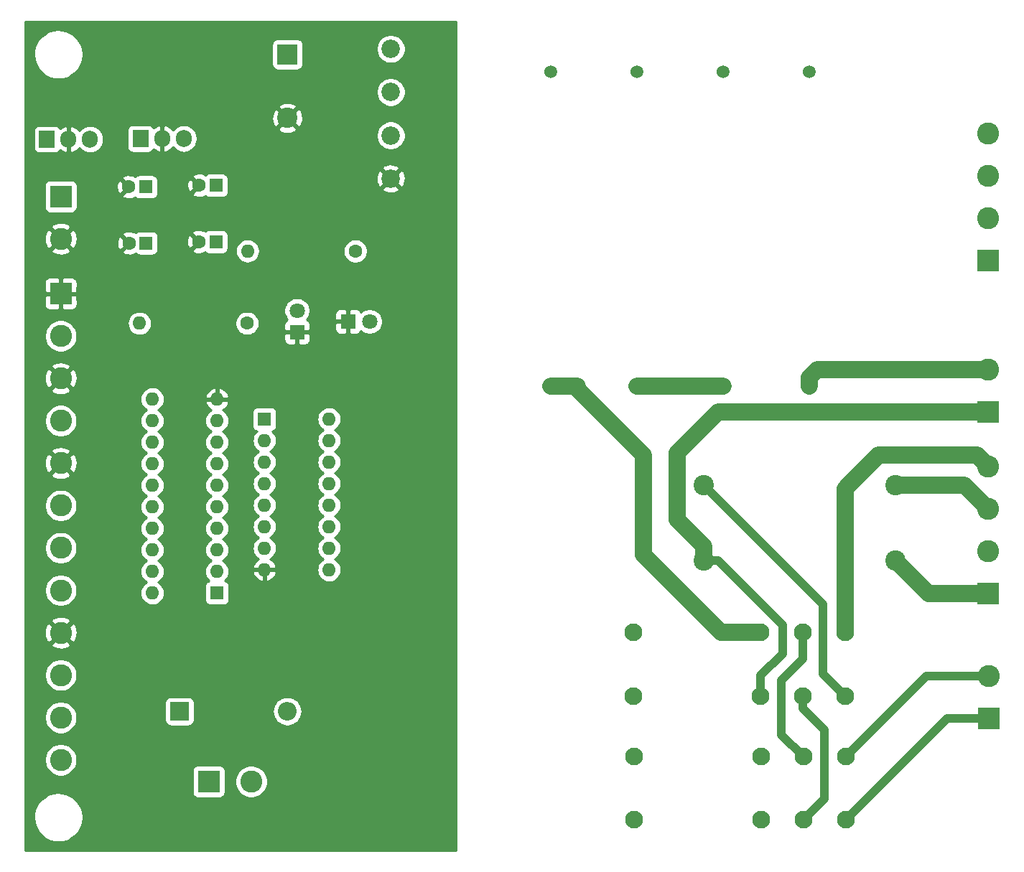
<source format=gbr>
G04 #@! TF.GenerationSoftware,KiCad,Pcbnew,(5.1.2)-2*
G04 #@! TF.CreationDate,2020-01-08T22:38:54+05:30*
G04 #@! TF.ProjectId,controller,636f6e74-726f-46c6-9c65-722e6b696361,rev?*
G04 #@! TF.SameCoordinates,Original*
G04 #@! TF.FileFunction,Copper,L2,Bot*
G04 #@! TF.FilePolarity,Positive*
%FSLAX46Y46*%
G04 Gerber Fmt 4.6, Leading zero omitted, Abs format (unit mm)*
G04 Created by KiCad (PCBNEW (5.1.2)-2) date 2020-01-08 22:38:54*
%MOMM*%
%LPD*%
G04 APERTURE LIST*
%ADD10C,2.175000*%
%ADD11R,2.400000X2.400000*%
%ADD12C,2.400000*%
%ADD13C,1.600000*%
%ADD14R,1.600000X1.600000*%
%ADD15R,2.200000X2.200000*%
%ADD16O,2.200000X2.200000*%
%ADD17R,1.800000X1.800000*%
%ADD18C,1.800000*%
%ADD19R,2.600000X2.600000*%
%ADD20C,2.600000*%
%ADD21C,2.100000*%
%ADD22O,1.600000X1.600000*%
%ADD23C,1.522000*%
%ADD24O,1.905000X2.000000*%
%ADD25R,1.905000X2.000000*%
%ADD26C,2.000000*%
%ADD27C,1.000000*%
%ADD28C,0.254000*%
G04 APERTURE END LIST*
D10*
X57200000Y-17350000D03*
X57200000Y-22450000D03*
X57200000Y-27550000D03*
X57200000Y-32650000D03*
D11*
X45000000Y-18000000D03*
D12*
X45000000Y-25500000D03*
D13*
X26300000Y-33630000D03*
D14*
X28300000Y-33630000D03*
D13*
X34590000Y-33450000D03*
D14*
X36590000Y-33450000D03*
X28350000Y-40250000D03*
D13*
X26350000Y-40250000D03*
D14*
X36570000Y-40100000D03*
D13*
X34570000Y-40100000D03*
D15*
X32290000Y-95490000D03*
D16*
X44990000Y-95490000D03*
D17*
X46140000Y-50760000D03*
D18*
X46140000Y-48220000D03*
X54690000Y-49510000D03*
D17*
X52150000Y-49510000D03*
D12*
X116690000Y-77700000D03*
X94090000Y-77700000D03*
X94070000Y-68790000D03*
X116670000Y-68790000D03*
D19*
X18290000Y-46220000D03*
D20*
X18290000Y-51220000D03*
X18290000Y-56220000D03*
X18290000Y-61220000D03*
X18290000Y-66220000D03*
X18290000Y-71220000D03*
X18290000Y-76220000D03*
X18290000Y-81220000D03*
X18290000Y-86220000D03*
X18290000Y-91220000D03*
X18290000Y-96220000D03*
X18290000Y-101220000D03*
D19*
X127620000Y-60190000D03*
D20*
X127620000Y-55190000D03*
D19*
X35740000Y-103770000D03*
D20*
X40740000Y-103770000D03*
X127690000Y-91320000D03*
D19*
X127690000Y-96320000D03*
X127620000Y-42300000D03*
D20*
X127620000Y-37300000D03*
X127620000Y-32300000D03*
X127620000Y-27300000D03*
X18290000Y-39760000D03*
D19*
X18290000Y-34760000D03*
D21*
X85780000Y-86170000D03*
X100780000Y-86170000D03*
X105780000Y-86170000D03*
X110780000Y-86170000D03*
X110780000Y-93670000D03*
X105780000Y-93670000D03*
X100780000Y-93670000D03*
X85780000Y-93670000D03*
X85850000Y-108310000D03*
X100850000Y-108310000D03*
X105850000Y-108310000D03*
X110850000Y-108310000D03*
X110850000Y-100810000D03*
X105850000Y-100810000D03*
X100850000Y-100810000D03*
X85850000Y-100810000D03*
D13*
X40270000Y-49720000D03*
D22*
X27570000Y-49720000D03*
X40310000Y-41190000D03*
D13*
X53010000Y-41190000D03*
D23*
X76070000Y-57160000D03*
X86230000Y-57160000D03*
X96390000Y-57160000D03*
X106550000Y-57160000D03*
X76070000Y-20076000D03*
X86230000Y-20076000D03*
X96390000Y-20076000D03*
X106550000Y-20076000D03*
D14*
X36710000Y-81530000D03*
D22*
X29090000Y-58670000D03*
X36710000Y-78990000D03*
X29090000Y-61210000D03*
X36710000Y-76450000D03*
X29090000Y-63750000D03*
X36710000Y-73910000D03*
X29090000Y-66290000D03*
X36710000Y-71370000D03*
X29090000Y-68830000D03*
X36710000Y-68830000D03*
X29090000Y-71370000D03*
X36710000Y-66290000D03*
X29090000Y-73910000D03*
X36710000Y-63750000D03*
X29090000Y-76450000D03*
X36710000Y-61210000D03*
X29090000Y-78990000D03*
X36710000Y-58670000D03*
X29090000Y-81530000D03*
D14*
X42300000Y-61010000D03*
D22*
X49920000Y-78790000D03*
X42300000Y-63550000D03*
X49920000Y-76250000D03*
X42300000Y-66090000D03*
X49920000Y-73710000D03*
X42300000Y-68630000D03*
X49920000Y-71170000D03*
X42300000Y-71170000D03*
X49920000Y-68630000D03*
X42300000Y-73710000D03*
X49920000Y-66090000D03*
X42300000Y-76250000D03*
X49920000Y-63550000D03*
X42300000Y-78790000D03*
X49920000Y-61010000D03*
D24*
X21750000Y-28010000D03*
X19210000Y-28010000D03*
D25*
X16670000Y-28010000D03*
X27710000Y-27940000D03*
D24*
X30250000Y-27940000D03*
X32790000Y-27940000D03*
D19*
X127630000Y-81600000D03*
D20*
X127630000Y-76600000D03*
X127630000Y-71600000D03*
X127630000Y-66600000D03*
D26*
X124320000Y-60190000D02*
X127620000Y-60190000D01*
X95810000Y-60190000D02*
X124320000Y-60190000D01*
X91000000Y-65000000D02*
X95810000Y-60190000D01*
X91000000Y-72912944D02*
X91000000Y-65000000D01*
X94090000Y-77700000D02*
X94090000Y-76002944D01*
X94090000Y-76002944D02*
X91000000Y-72912944D01*
D27*
X95787056Y-77700000D02*
X103380000Y-85292944D01*
X103380000Y-88670000D02*
X100780000Y-91270000D01*
X100780000Y-91270000D02*
X100780000Y-93670000D01*
X103380000Y-85292944D02*
X103380000Y-88670000D01*
X94090000Y-77700000D02*
X95787056Y-77700000D01*
D26*
X96170000Y-86170000D02*
X100780000Y-86170000D01*
X87000000Y-77000000D02*
X96170000Y-86170000D01*
X87000000Y-65272002D02*
X87000000Y-77000000D01*
X76070000Y-57160000D02*
X79160000Y-57160000D01*
X79160000Y-57160000D02*
X79160000Y-57432002D01*
X79160000Y-57432002D02*
X87000000Y-65272002D01*
D27*
X94070000Y-68790000D02*
X108180000Y-82900000D01*
X108180000Y-91070000D02*
X110780000Y-93670000D01*
X108180000Y-82900000D02*
X108180000Y-91070000D01*
D26*
X110780000Y-84685076D02*
X110780000Y-86170000D01*
X110780000Y-69220000D02*
X110780000Y-84685076D01*
X114699999Y-65300001D02*
X110780000Y-69220000D01*
X127630000Y-66600000D02*
X126330001Y-65300001D01*
X126330001Y-65300001D02*
X114699999Y-65300001D01*
X125781523Y-55190000D02*
X127620000Y-55190000D01*
X106550000Y-57160000D02*
X106550000Y-56083784D01*
X106550000Y-56083784D02*
X107443784Y-55190000D01*
X107443784Y-55190000D02*
X125781523Y-55190000D01*
D27*
X120340000Y-91320000D02*
X127690000Y-91320000D01*
X110850000Y-100810000D02*
X120340000Y-91320000D01*
X122840000Y-96320000D02*
X127690000Y-96320000D01*
X110850000Y-108310000D02*
X122840000Y-96320000D01*
X103280000Y-98240000D02*
X105850000Y-100810000D01*
X103280000Y-91840000D02*
X103280000Y-98240000D01*
X105780000Y-86170000D02*
X105780000Y-89340000D01*
X105780000Y-89340000D02*
X103280000Y-91840000D01*
X105780000Y-95154924D02*
X108330000Y-97704924D01*
X108330000Y-97704924D02*
X108330000Y-105830000D01*
X108330000Y-105830000D02*
X105850000Y-108310000D01*
X105780000Y-93670000D02*
X105780000Y-95154924D01*
D26*
X86230000Y-57160000D02*
X96390000Y-57160000D01*
X120590000Y-81600000D02*
X116690000Y-77700000D01*
X127630000Y-81600000D02*
X120590000Y-81600000D01*
X124820000Y-68790000D02*
X127630000Y-71600000D01*
X116670000Y-68790000D02*
X124820000Y-68790000D01*
D28*
G36*
X64873000Y-111873000D02*
G01*
X14127000Y-111873000D01*
X14127000Y-108040715D01*
X15084216Y-108040715D01*
X15147655Y-108606285D01*
X15319739Y-109148761D01*
X15593913Y-109647482D01*
X15959734Y-110083451D01*
X16403268Y-110440062D01*
X16907622Y-110703731D01*
X17453583Y-110864416D01*
X18020358Y-110915997D01*
X18586357Y-110856508D01*
X19130022Y-110688216D01*
X19630645Y-110417530D01*
X20069157Y-110054761D01*
X20428855Y-109613727D01*
X20696039Y-109111227D01*
X20860532Y-108566401D01*
X20916068Y-108000000D01*
X20914931Y-107918579D01*
X20843602Y-107353950D01*
X20663961Y-106813928D01*
X20382850Y-106319084D01*
X20010977Y-105888266D01*
X19562507Y-105537882D01*
X19054522Y-105281280D01*
X18506370Y-105128234D01*
X17938930Y-105084572D01*
X17373817Y-105151957D01*
X16832555Y-105327824D01*
X16335760Y-105605473D01*
X15902356Y-105974329D01*
X15548851Y-106420342D01*
X15288709Y-106926524D01*
X15131839Y-107473594D01*
X15084216Y-108040715D01*
X14127000Y-108040715D01*
X14127000Y-101029419D01*
X16355000Y-101029419D01*
X16355000Y-101410581D01*
X16429361Y-101784419D01*
X16575225Y-102136566D01*
X16786987Y-102453491D01*
X17056509Y-102723013D01*
X17373434Y-102934775D01*
X17725581Y-103080639D01*
X18099419Y-103155000D01*
X18480581Y-103155000D01*
X18854419Y-103080639D01*
X19206566Y-102934775D01*
X19523491Y-102723013D01*
X19776504Y-102470000D01*
X33801928Y-102470000D01*
X33801928Y-105070000D01*
X33814188Y-105194482D01*
X33850498Y-105314180D01*
X33909463Y-105424494D01*
X33988815Y-105521185D01*
X34085506Y-105600537D01*
X34195820Y-105659502D01*
X34315518Y-105695812D01*
X34440000Y-105708072D01*
X37040000Y-105708072D01*
X37164482Y-105695812D01*
X37284180Y-105659502D01*
X37394494Y-105600537D01*
X37491185Y-105521185D01*
X37570537Y-105424494D01*
X37629502Y-105314180D01*
X37665812Y-105194482D01*
X37678072Y-105070000D01*
X37678072Y-103579419D01*
X38805000Y-103579419D01*
X38805000Y-103960581D01*
X38879361Y-104334419D01*
X39025225Y-104686566D01*
X39236987Y-105003491D01*
X39506509Y-105273013D01*
X39823434Y-105484775D01*
X40175581Y-105630639D01*
X40549419Y-105705000D01*
X40930581Y-105705000D01*
X41304419Y-105630639D01*
X41656566Y-105484775D01*
X41973491Y-105273013D01*
X42243013Y-105003491D01*
X42454775Y-104686566D01*
X42600639Y-104334419D01*
X42675000Y-103960581D01*
X42675000Y-103579419D01*
X42600639Y-103205581D01*
X42454775Y-102853434D01*
X42243013Y-102536509D01*
X41973491Y-102266987D01*
X41656566Y-102055225D01*
X41304419Y-101909361D01*
X40930581Y-101835000D01*
X40549419Y-101835000D01*
X40175581Y-101909361D01*
X39823434Y-102055225D01*
X39506509Y-102266987D01*
X39236987Y-102536509D01*
X39025225Y-102853434D01*
X38879361Y-103205581D01*
X38805000Y-103579419D01*
X37678072Y-103579419D01*
X37678072Y-102470000D01*
X37665812Y-102345518D01*
X37629502Y-102225820D01*
X37570537Y-102115506D01*
X37491185Y-102018815D01*
X37394494Y-101939463D01*
X37284180Y-101880498D01*
X37164482Y-101844188D01*
X37040000Y-101831928D01*
X34440000Y-101831928D01*
X34315518Y-101844188D01*
X34195820Y-101880498D01*
X34085506Y-101939463D01*
X33988815Y-102018815D01*
X33909463Y-102115506D01*
X33850498Y-102225820D01*
X33814188Y-102345518D01*
X33801928Y-102470000D01*
X19776504Y-102470000D01*
X19793013Y-102453491D01*
X20004775Y-102136566D01*
X20150639Y-101784419D01*
X20225000Y-101410581D01*
X20225000Y-101029419D01*
X20150639Y-100655581D01*
X20004775Y-100303434D01*
X19793013Y-99986509D01*
X19523491Y-99716987D01*
X19206566Y-99505225D01*
X18854419Y-99359361D01*
X18480581Y-99285000D01*
X18099419Y-99285000D01*
X17725581Y-99359361D01*
X17373434Y-99505225D01*
X17056509Y-99716987D01*
X16786987Y-99986509D01*
X16575225Y-100303434D01*
X16429361Y-100655581D01*
X16355000Y-101029419D01*
X14127000Y-101029419D01*
X14127000Y-96029419D01*
X16355000Y-96029419D01*
X16355000Y-96410581D01*
X16429361Y-96784419D01*
X16575225Y-97136566D01*
X16786987Y-97453491D01*
X17056509Y-97723013D01*
X17373434Y-97934775D01*
X17725581Y-98080639D01*
X18099419Y-98155000D01*
X18480581Y-98155000D01*
X18854419Y-98080639D01*
X19206566Y-97934775D01*
X19523491Y-97723013D01*
X19793013Y-97453491D01*
X20004775Y-97136566D01*
X20150639Y-96784419D01*
X20225000Y-96410581D01*
X20225000Y-96029419D01*
X20150639Y-95655581D01*
X20004775Y-95303434D01*
X19793013Y-94986509D01*
X19523491Y-94716987D01*
X19206566Y-94505225D01*
X18928389Y-94390000D01*
X30551928Y-94390000D01*
X30551928Y-96590000D01*
X30564188Y-96714482D01*
X30600498Y-96834180D01*
X30659463Y-96944494D01*
X30738815Y-97041185D01*
X30835506Y-97120537D01*
X30945820Y-97179502D01*
X31065518Y-97215812D01*
X31190000Y-97228072D01*
X33390000Y-97228072D01*
X33514482Y-97215812D01*
X33634180Y-97179502D01*
X33744494Y-97120537D01*
X33841185Y-97041185D01*
X33920537Y-96944494D01*
X33979502Y-96834180D01*
X34015812Y-96714482D01*
X34028072Y-96590000D01*
X34028072Y-95490000D01*
X43246606Y-95490000D01*
X43280105Y-95830119D01*
X43379314Y-96157168D01*
X43540421Y-96458578D01*
X43757234Y-96722766D01*
X44021422Y-96939579D01*
X44322832Y-97100686D01*
X44649881Y-97199895D01*
X44904775Y-97225000D01*
X45075225Y-97225000D01*
X45330119Y-97199895D01*
X45657168Y-97100686D01*
X45958578Y-96939579D01*
X46222766Y-96722766D01*
X46439579Y-96458578D01*
X46600686Y-96157168D01*
X46699895Y-95830119D01*
X46733394Y-95490000D01*
X46699895Y-95149881D01*
X46600686Y-94822832D01*
X46439579Y-94521422D01*
X46222766Y-94257234D01*
X45958578Y-94040421D01*
X45657168Y-93879314D01*
X45330119Y-93780105D01*
X45075225Y-93755000D01*
X44904775Y-93755000D01*
X44649881Y-93780105D01*
X44322832Y-93879314D01*
X44021422Y-94040421D01*
X43757234Y-94257234D01*
X43540421Y-94521422D01*
X43379314Y-94822832D01*
X43280105Y-95149881D01*
X43246606Y-95490000D01*
X34028072Y-95490000D01*
X34028072Y-94390000D01*
X34015812Y-94265518D01*
X33979502Y-94145820D01*
X33920537Y-94035506D01*
X33841185Y-93938815D01*
X33744494Y-93859463D01*
X33634180Y-93800498D01*
X33514482Y-93764188D01*
X33390000Y-93751928D01*
X31190000Y-93751928D01*
X31065518Y-93764188D01*
X30945820Y-93800498D01*
X30835506Y-93859463D01*
X30738815Y-93938815D01*
X30659463Y-94035506D01*
X30600498Y-94145820D01*
X30564188Y-94265518D01*
X30551928Y-94390000D01*
X18928389Y-94390000D01*
X18854419Y-94359361D01*
X18480581Y-94285000D01*
X18099419Y-94285000D01*
X17725581Y-94359361D01*
X17373434Y-94505225D01*
X17056509Y-94716987D01*
X16786987Y-94986509D01*
X16575225Y-95303434D01*
X16429361Y-95655581D01*
X16355000Y-96029419D01*
X14127000Y-96029419D01*
X14127000Y-91029419D01*
X16355000Y-91029419D01*
X16355000Y-91410581D01*
X16429361Y-91784419D01*
X16575225Y-92136566D01*
X16786987Y-92453491D01*
X17056509Y-92723013D01*
X17373434Y-92934775D01*
X17725581Y-93080639D01*
X18099419Y-93155000D01*
X18480581Y-93155000D01*
X18854419Y-93080639D01*
X19206566Y-92934775D01*
X19523491Y-92723013D01*
X19793013Y-92453491D01*
X20004775Y-92136566D01*
X20150639Y-91784419D01*
X20225000Y-91410581D01*
X20225000Y-91029419D01*
X20150639Y-90655581D01*
X20004775Y-90303434D01*
X19793013Y-89986509D01*
X19523491Y-89716987D01*
X19206566Y-89505225D01*
X18854419Y-89359361D01*
X18480581Y-89285000D01*
X18099419Y-89285000D01*
X17725581Y-89359361D01*
X17373434Y-89505225D01*
X17056509Y-89716987D01*
X16786987Y-89986509D01*
X16575225Y-90303434D01*
X16429361Y-90655581D01*
X16355000Y-91029419D01*
X14127000Y-91029419D01*
X14127000Y-87569224D01*
X17120381Y-87569224D01*
X17252317Y-87864312D01*
X17593045Y-88035159D01*
X17960557Y-88136250D01*
X18340729Y-88163701D01*
X18718951Y-88116457D01*
X19080690Y-87996333D01*
X19327683Y-87864312D01*
X19459619Y-87569224D01*
X18290000Y-86399605D01*
X17120381Y-87569224D01*
X14127000Y-87569224D01*
X14127000Y-86270729D01*
X16346299Y-86270729D01*
X16393543Y-86648951D01*
X16513667Y-87010690D01*
X16645688Y-87257683D01*
X16940776Y-87389619D01*
X18110395Y-86220000D01*
X18469605Y-86220000D01*
X19639224Y-87389619D01*
X19934312Y-87257683D01*
X20105159Y-86916955D01*
X20206250Y-86549443D01*
X20233701Y-86169271D01*
X20186457Y-85791049D01*
X20066333Y-85429310D01*
X19934312Y-85182317D01*
X19639224Y-85050381D01*
X18469605Y-86220000D01*
X18110395Y-86220000D01*
X16940776Y-85050381D01*
X16645688Y-85182317D01*
X16474841Y-85523045D01*
X16373750Y-85890557D01*
X16346299Y-86270729D01*
X14127000Y-86270729D01*
X14127000Y-84870776D01*
X17120381Y-84870776D01*
X18290000Y-86040395D01*
X19459619Y-84870776D01*
X19327683Y-84575688D01*
X18986955Y-84404841D01*
X18619443Y-84303750D01*
X18239271Y-84276299D01*
X17861049Y-84323543D01*
X17499310Y-84443667D01*
X17252317Y-84575688D01*
X17120381Y-84870776D01*
X14127000Y-84870776D01*
X14127000Y-81029419D01*
X16355000Y-81029419D01*
X16355000Y-81410581D01*
X16429361Y-81784419D01*
X16575225Y-82136566D01*
X16786987Y-82453491D01*
X17056509Y-82723013D01*
X17373434Y-82934775D01*
X17725581Y-83080639D01*
X18099419Y-83155000D01*
X18480581Y-83155000D01*
X18854419Y-83080639D01*
X19206566Y-82934775D01*
X19523491Y-82723013D01*
X19793013Y-82453491D01*
X20004775Y-82136566D01*
X20150639Y-81784419D01*
X20225000Y-81410581D01*
X20225000Y-81029419D01*
X20150639Y-80655581D01*
X20004775Y-80303434D01*
X19793013Y-79986509D01*
X19523491Y-79716987D01*
X19206566Y-79505225D01*
X18854419Y-79359361D01*
X18480581Y-79285000D01*
X18099419Y-79285000D01*
X17725581Y-79359361D01*
X17373434Y-79505225D01*
X17056509Y-79716987D01*
X16786987Y-79986509D01*
X16575225Y-80303434D01*
X16429361Y-80655581D01*
X16355000Y-81029419D01*
X14127000Y-81029419D01*
X14127000Y-76029419D01*
X16355000Y-76029419D01*
X16355000Y-76410581D01*
X16429361Y-76784419D01*
X16575225Y-77136566D01*
X16786987Y-77453491D01*
X17056509Y-77723013D01*
X17373434Y-77934775D01*
X17725581Y-78080639D01*
X18099419Y-78155000D01*
X18480581Y-78155000D01*
X18854419Y-78080639D01*
X19206566Y-77934775D01*
X19523491Y-77723013D01*
X19793013Y-77453491D01*
X20004775Y-77136566D01*
X20150639Y-76784419D01*
X20225000Y-76410581D01*
X20225000Y-76029419D01*
X20150639Y-75655581D01*
X20004775Y-75303434D01*
X19793013Y-74986509D01*
X19523491Y-74716987D01*
X19206566Y-74505225D01*
X18854419Y-74359361D01*
X18480581Y-74285000D01*
X18099419Y-74285000D01*
X17725581Y-74359361D01*
X17373434Y-74505225D01*
X17056509Y-74716987D01*
X16786987Y-74986509D01*
X16575225Y-75303434D01*
X16429361Y-75655581D01*
X16355000Y-76029419D01*
X14127000Y-76029419D01*
X14127000Y-71029419D01*
X16355000Y-71029419D01*
X16355000Y-71410581D01*
X16429361Y-71784419D01*
X16575225Y-72136566D01*
X16786987Y-72453491D01*
X17056509Y-72723013D01*
X17373434Y-72934775D01*
X17725581Y-73080639D01*
X18099419Y-73155000D01*
X18480581Y-73155000D01*
X18854419Y-73080639D01*
X19206566Y-72934775D01*
X19523491Y-72723013D01*
X19793013Y-72453491D01*
X20004775Y-72136566D01*
X20150639Y-71784419D01*
X20225000Y-71410581D01*
X20225000Y-71029419D01*
X20150639Y-70655581D01*
X20004775Y-70303434D01*
X19793013Y-69986509D01*
X19523491Y-69716987D01*
X19206566Y-69505225D01*
X18854419Y-69359361D01*
X18480581Y-69285000D01*
X18099419Y-69285000D01*
X17725581Y-69359361D01*
X17373434Y-69505225D01*
X17056509Y-69716987D01*
X16786987Y-69986509D01*
X16575225Y-70303434D01*
X16429361Y-70655581D01*
X16355000Y-71029419D01*
X14127000Y-71029419D01*
X14127000Y-67569224D01*
X17120381Y-67569224D01*
X17252317Y-67864312D01*
X17593045Y-68035159D01*
X17960557Y-68136250D01*
X18340729Y-68163701D01*
X18718951Y-68116457D01*
X19080690Y-67996333D01*
X19327683Y-67864312D01*
X19459619Y-67569224D01*
X18290000Y-66399605D01*
X17120381Y-67569224D01*
X14127000Y-67569224D01*
X14127000Y-66270729D01*
X16346299Y-66270729D01*
X16393543Y-66648951D01*
X16513667Y-67010690D01*
X16645688Y-67257683D01*
X16940776Y-67389619D01*
X18110395Y-66220000D01*
X18469605Y-66220000D01*
X19639224Y-67389619D01*
X19934312Y-67257683D01*
X20105159Y-66916955D01*
X20206250Y-66549443D01*
X20233701Y-66169271D01*
X20186457Y-65791049D01*
X20066333Y-65429310D01*
X19934312Y-65182317D01*
X19639224Y-65050381D01*
X18469605Y-66220000D01*
X18110395Y-66220000D01*
X16940776Y-65050381D01*
X16645688Y-65182317D01*
X16474841Y-65523045D01*
X16373750Y-65890557D01*
X16346299Y-66270729D01*
X14127000Y-66270729D01*
X14127000Y-64870776D01*
X17120381Y-64870776D01*
X18290000Y-66040395D01*
X19459619Y-64870776D01*
X19327683Y-64575688D01*
X18986955Y-64404841D01*
X18619443Y-64303750D01*
X18239271Y-64276299D01*
X17861049Y-64323543D01*
X17499310Y-64443667D01*
X17252317Y-64575688D01*
X17120381Y-64870776D01*
X14127000Y-64870776D01*
X14127000Y-61029419D01*
X16355000Y-61029419D01*
X16355000Y-61410581D01*
X16429361Y-61784419D01*
X16575225Y-62136566D01*
X16786987Y-62453491D01*
X17056509Y-62723013D01*
X17373434Y-62934775D01*
X17725581Y-63080639D01*
X18099419Y-63155000D01*
X18480581Y-63155000D01*
X18854419Y-63080639D01*
X19206566Y-62934775D01*
X19523491Y-62723013D01*
X19793013Y-62453491D01*
X20004775Y-62136566D01*
X20150639Y-61784419D01*
X20225000Y-61410581D01*
X20225000Y-61029419D01*
X20150639Y-60655581D01*
X20004775Y-60303434D01*
X19793013Y-59986509D01*
X19523491Y-59716987D01*
X19206566Y-59505225D01*
X18854419Y-59359361D01*
X18480581Y-59285000D01*
X18099419Y-59285000D01*
X17725581Y-59359361D01*
X17373434Y-59505225D01*
X17056509Y-59716987D01*
X16786987Y-59986509D01*
X16575225Y-60303434D01*
X16429361Y-60655581D01*
X16355000Y-61029419D01*
X14127000Y-61029419D01*
X14127000Y-58670000D01*
X27648057Y-58670000D01*
X27675764Y-58951309D01*
X27757818Y-59221808D01*
X27891068Y-59471101D01*
X28070392Y-59689608D01*
X28288899Y-59868932D01*
X28421858Y-59940000D01*
X28288899Y-60011068D01*
X28070392Y-60190392D01*
X27891068Y-60408899D01*
X27757818Y-60658192D01*
X27675764Y-60928691D01*
X27648057Y-61210000D01*
X27675764Y-61491309D01*
X27757818Y-61761808D01*
X27891068Y-62011101D01*
X28070392Y-62229608D01*
X28288899Y-62408932D01*
X28421858Y-62480000D01*
X28288899Y-62551068D01*
X28070392Y-62730392D01*
X27891068Y-62948899D01*
X27757818Y-63198192D01*
X27675764Y-63468691D01*
X27648057Y-63750000D01*
X27675764Y-64031309D01*
X27757818Y-64301808D01*
X27891068Y-64551101D01*
X28070392Y-64769608D01*
X28288899Y-64948932D01*
X28421858Y-65020000D01*
X28288899Y-65091068D01*
X28070392Y-65270392D01*
X27891068Y-65488899D01*
X27757818Y-65738192D01*
X27675764Y-66008691D01*
X27648057Y-66290000D01*
X27675764Y-66571309D01*
X27757818Y-66841808D01*
X27891068Y-67091101D01*
X28070392Y-67309608D01*
X28288899Y-67488932D01*
X28421858Y-67560000D01*
X28288899Y-67631068D01*
X28070392Y-67810392D01*
X27891068Y-68028899D01*
X27757818Y-68278192D01*
X27675764Y-68548691D01*
X27648057Y-68830000D01*
X27675764Y-69111309D01*
X27757818Y-69381808D01*
X27891068Y-69631101D01*
X28070392Y-69849608D01*
X28288899Y-70028932D01*
X28421858Y-70100000D01*
X28288899Y-70171068D01*
X28070392Y-70350392D01*
X27891068Y-70568899D01*
X27757818Y-70818192D01*
X27675764Y-71088691D01*
X27648057Y-71370000D01*
X27675764Y-71651309D01*
X27757818Y-71921808D01*
X27891068Y-72171101D01*
X28070392Y-72389608D01*
X28288899Y-72568932D01*
X28421858Y-72640000D01*
X28288899Y-72711068D01*
X28070392Y-72890392D01*
X27891068Y-73108899D01*
X27757818Y-73358192D01*
X27675764Y-73628691D01*
X27648057Y-73910000D01*
X27675764Y-74191309D01*
X27757818Y-74461808D01*
X27891068Y-74711101D01*
X28070392Y-74929608D01*
X28288899Y-75108932D01*
X28421858Y-75180000D01*
X28288899Y-75251068D01*
X28070392Y-75430392D01*
X27891068Y-75648899D01*
X27757818Y-75898192D01*
X27675764Y-76168691D01*
X27648057Y-76450000D01*
X27675764Y-76731309D01*
X27757818Y-77001808D01*
X27891068Y-77251101D01*
X28070392Y-77469608D01*
X28288899Y-77648932D01*
X28421858Y-77720000D01*
X28288899Y-77791068D01*
X28070392Y-77970392D01*
X27891068Y-78188899D01*
X27757818Y-78438192D01*
X27675764Y-78708691D01*
X27648057Y-78990000D01*
X27675764Y-79271309D01*
X27757818Y-79541808D01*
X27891068Y-79791101D01*
X28070392Y-80009608D01*
X28288899Y-80188932D01*
X28421858Y-80260000D01*
X28288899Y-80331068D01*
X28070392Y-80510392D01*
X27891068Y-80728899D01*
X27757818Y-80978192D01*
X27675764Y-81248691D01*
X27648057Y-81530000D01*
X27675764Y-81811309D01*
X27757818Y-82081808D01*
X27891068Y-82331101D01*
X28070392Y-82549608D01*
X28288899Y-82728932D01*
X28538192Y-82862182D01*
X28808691Y-82944236D01*
X29019508Y-82965000D01*
X29160492Y-82965000D01*
X29371309Y-82944236D01*
X29641808Y-82862182D01*
X29891101Y-82728932D01*
X30109608Y-82549608D01*
X30288932Y-82331101D01*
X30422182Y-82081808D01*
X30504236Y-81811309D01*
X30531943Y-81530000D01*
X30504236Y-81248691D01*
X30422182Y-80978192D01*
X30288932Y-80728899D01*
X30109608Y-80510392D01*
X29891101Y-80331068D01*
X29758142Y-80260000D01*
X29891101Y-80188932D01*
X30109608Y-80009608D01*
X30288932Y-79791101D01*
X30422182Y-79541808D01*
X30504236Y-79271309D01*
X30531943Y-78990000D01*
X30504236Y-78708691D01*
X30422182Y-78438192D01*
X30288932Y-78188899D01*
X30109608Y-77970392D01*
X29891101Y-77791068D01*
X29758142Y-77720000D01*
X29891101Y-77648932D01*
X30109608Y-77469608D01*
X30288932Y-77251101D01*
X30422182Y-77001808D01*
X30504236Y-76731309D01*
X30531943Y-76450000D01*
X30504236Y-76168691D01*
X30422182Y-75898192D01*
X30288932Y-75648899D01*
X30109608Y-75430392D01*
X29891101Y-75251068D01*
X29758142Y-75180000D01*
X29891101Y-75108932D01*
X30109608Y-74929608D01*
X30288932Y-74711101D01*
X30422182Y-74461808D01*
X30504236Y-74191309D01*
X30531943Y-73910000D01*
X30504236Y-73628691D01*
X30422182Y-73358192D01*
X30288932Y-73108899D01*
X30109608Y-72890392D01*
X29891101Y-72711068D01*
X29758142Y-72640000D01*
X29891101Y-72568932D01*
X30109608Y-72389608D01*
X30288932Y-72171101D01*
X30422182Y-71921808D01*
X30504236Y-71651309D01*
X30531943Y-71370000D01*
X30504236Y-71088691D01*
X30422182Y-70818192D01*
X30288932Y-70568899D01*
X30109608Y-70350392D01*
X29891101Y-70171068D01*
X29758142Y-70100000D01*
X29891101Y-70028932D01*
X30109608Y-69849608D01*
X30288932Y-69631101D01*
X30422182Y-69381808D01*
X30504236Y-69111309D01*
X30531943Y-68830000D01*
X30504236Y-68548691D01*
X30422182Y-68278192D01*
X30288932Y-68028899D01*
X30109608Y-67810392D01*
X29891101Y-67631068D01*
X29758142Y-67560000D01*
X29891101Y-67488932D01*
X30109608Y-67309608D01*
X30288932Y-67091101D01*
X30422182Y-66841808D01*
X30504236Y-66571309D01*
X30531943Y-66290000D01*
X30504236Y-66008691D01*
X30422182Y-65738192D01*
X30288932Y-65488899D01*
X30109608Y-65270392D01*
X29891101Y-65091068D01*
X29758142Y-65020000D01*
X29891101Y-64948932D01*
X30109608Y-64769608D01*
X30288932Y-64551101D01*
X30422182Y-64301808D01*
X30504236Y-64031309D01*
X30531943Y-63750000D01*
X30504236Y-63468691D01*
X30422182Y-63198192D01*
X30288932Y-62948899D01*
X30109608Y-62730392D01*
X29891101Y-62551068D01*
X29758142Y-62480000D01*
X29891101Y-62408932D01*
X30109608Y-62229608D01*
X30288932Y-62011101D01*
X30422182Y-61761808D01*
X30504236Y-61491309D01*
X30531943Y-61210000D01*
X35268057Y-61210000D01*
X35295764Y-61491309D01*
X35377818Y-61761808D01*
X35511068Y-62011101D01*
X35690392Y-62229608D01*
X35908899Y-62408932D01*
X36041858Y-62480000D01*
X35908899Y-62551068D01*
X35690392Y-62730392D01*
X35511068Y-62948899D01*
X35377818Y-63198192D01*
X35295764Y-63468691D01*
X35268057Y-63750000D01*
X35295764Y-64031309D01*
X35377818Y-64301808D01*
X35511068Y-64551101D01*
X35690392Y-64769608D01*
X35908899Y-64948932D01*
X36041858Y-65020000D01*
X35908899Y-65091068D01*
X35690392Y-65270392D01*
X35511068Y-65488899D01*
X35377818Y-65738192D01*
X35295764Y-66008691D01*
X35268057Y-66290000D01*
X35295764Y-66571309D01*
X35377818Y-66841808D01*
X35511068Y-67091101D01*
X35690392Y-67309608D01*
X35908899Y-67488932D01*
X36041858Y-67560000D01*
X35908899Y-67631068D01*
X35690392Y-67810392D01*
X35511068Y-68028899D01*
X35377818Y-68278192D01*
X35295764Y-68548691D01*
X35268057Y-68830000D01*
X35295764Y-69111309D01*
X35377818Y-69381808D01*
X35511068Y-69631101D01*
X35690392Y-69849608D01*
X35908899Y-70028932D01*
X36041858Y-70100000D01*
X35908899Y-70171068D01*
X35690392Y-70350392D01*
X35511068Y-70568899D01*
X35377818Y-70818192D01*
X35295764Y-71088691D01*
X35268057Y-71370000D01*
X35295764Y-71651309D01*
X35377818Y-71921808D01*
X35511068Y-72171101D01*
X35690392Y-72389608D01*
X35908899Y-72568932D01*
X36041858Y-72640000D01*
X35908899Y-72711068D01*
X35690392Y-72890392D01*
X35511068Y-73108899D01*
X35377818Y-73358192D01*
X35295764Y-73628691D01*
X35268057Y-73910000D01*
X35295764Y-74191309D01*
X35377818Y-74461808D01*
X35511068Y-74711101D01*
X35690392Y-74929608D01*
X35908899Y-75108932D01*
X36041858Y-75180000D01*
X35908899Y-75251068D01*
X35690392Y-75430392D01*
X35511068Y-75648899D01*
X35377818Y-75898192D01*
X35295764Y-76168691D01*
X35268057Y-76450000D01*
X35295764Y-76731309D01*
X35377818Y-77001808D01*
X35511068Y-77251101D01*
X35690392Y-77469608D01*
X35908899Y-77648932D01*
X36041858Y-77720000D01*
X35908899Y-77791068D01*
X35690392Y-77970392D01*
X35511068Y-78188899D01*
X35377818Y-78438192D01*
X35295764Y-78708691D01*
X35268057Y-78990000D01*
X35295764Y-79271309D01*
X35377818Y-79541808D01*
X35511068Y-79791101D01*
X35690392Y-80009608D01*
X35803482Y-80102419D01*
X35785518Y-80104188D01*
X35665820Y-80140498D01*
X35555506Y-80199463D01*
X35458815Y-80278815D01*
X35379463Y-80375506D01*
X35320498Y-80485820D01*
X35284188Y-80605518D01*
X35271928Y-80730000D01*
X35271928Y-82330000D01*
X35284188Y-82454482D01*
X35320498Y-82574180D01*
X35379463Y-82684494D01*
X35458815Y-82781185D01*
X35555506Y-82860537D01*
X35665820Y-82919502D01*
X35785518Y-82955812D01*
X35910000Y-82968072D01*
X37510000Y-82968072D01*
X37634482Y-82955812D01*
X37754180Y-82919502D01*
X37864494Y-82860537D01*
X37961185Y-82781185D01*
X38040537Y-82684494D01*
X38099502Y-82574180D01*
X38135812Y-82454482D01*
X38148072Y-82330000D01*
X38148072Y-80730000D01*
X38135812Y-80605518D01*
X38099502Y-80485820D01*
X38040537Y-80375506D01*
X37961185Y-80278815D01*
X37864494Y-80199463D01*
X37754180Y-80140498D01*
X37634482Y-80104188D01*
X37616518Y-80102419D01*
X37729608Y-80009608D01*
X37908932Y-79791101D01*
X38042182Y-79541808D01*
X38124236Y-79271309D01*
X38137263Y-79139039D01*
X40908096Y-79139039D01*
X40948754Y-79273087D01*
X41068963Y-79527420D01*
X41236481Y-79753414D01*
X41444869Y-79942385D01*
X41686119Y-80087070D01*
X41950960Y-80181909D01*
X42173000Y-80060624D01*
X42173000Y-78917000D01*
X42427000Y-78917000D01*
X42427000Y-80060624D01*
X42649040Y-80181909D01*
X42913881Y-80087070D01*
X43155131Y-79942385D01*
X43363519Y-79753414D01*
X43531037Y-79527420D01*
X43651246Y-79273087D01*
X43691904Y-79139039D01*
X43569915Y-78917000D01*
X42427000Y-78917000D01*
X42173000Y-78917000D01*
X41030085Y-78917000D01*
X40908096Y-79139039D01*
X38137263Y-79139039D01*
X38151943Y-78990000D01*
X38124236Y-78708691D01*
X38042182Y-78438192D01*
X37908932Y-78188899D01*
X37729608Y-77970392D01*
X37511101Y-77791068D01*
X37378142Y-77720000D01*
X37511101Y-77648932D01*
X37729608Y-77469608D01*
X37908932Y-77251101D01*
X38042182Y-77001808D01*
X38124236Y-76731309D01*
X38151943Y-76450000D01*
X38124236Y-76168691D01*
X38042182Y-75898192D01*
X37908932Y-75648899D01*
X37729608Y-75430392D01*
X37511101Y-75251068D01*
X37378142Y-75180000D01*
X37511101Y-75108932D01*
X37729608Y-74929608D01*
X37908932Y-74711101D01*
X38042182Y-74461808D01*
X38124236Y-74191309D01*
X38151943Y-73910000D01*
X38124236Y-73628691D01*
X38042182Y-73358192D01*
X37908932Y-73108899D01*
X37729608Y-72890392D01*
X37511101Y-72711068D01*
X37378142Y-72640000D01*
X37511101Y-72568932D01*
X37729608Y-72389608D01*
X37908932Y-72171101D01*
X38042182Y-71921808D01*
X38124236Y-71651309D01*
X38151943Y-71370000D01*
X38124236Y-71088691D01*
X38042182Y-70818192D01*
X37908932Y-70568899D01*
X37729608Y-70350392D01*
X37511101Y-70171068D01*
X37378142Y-70100000D01*
X37511101Y-70028932D01*
X37729608Y-69849608D01*
X37908932Y-69631101D01*
X38042182Y-69381808D01*
X38124236Y-69111309D01*
X38151943Y-68830000D01*
X38124236Y-68548691D01*
X38042182Y-68278192D01*
X37908932Y-68028899D01*
X37729608Y-67810392D01*
X37511101Y-67631068D01*
X37378142Y-67560000D01*
X37511101Y-67488932D01*
X37729608Y-67309608D01*
X37908932Y-67091101D01*
X38042182Y-66841808D01*
X38124236Y-66571309D01*
X38151943Y-66290000D01*
X38124236Y-66008691D01*
X38042182Y-65738192D01*
X37908932Y-65488899D01*
X37729608Y-65270392D01*
X37511101Y-65091068D01*
X37378142Y-65020000D01*
X37511101Y-64948932D01*
X37729608Y-64769608D01*
X37908932Y-64551101D01*
X38042182Y-64301808D01*
X38124236Y-64031309D01*
X38151943Y-63750000D01*
X38132245Y-63550000D01*
X40858057Y-63550000D01*
X40885764Y-63831309D01*
X40967818Y-64101808D01*
X41101068Y-64351101D01*
X41280392Y-64569608D01*
X41498899Y-64748932D01*
X41631858Y-64820000D01*
X41498899Y-64891068D01*
X41280392Y-65070392D01*
X41101068Y-65288899D01*
X40967818Y-65538192D01*
X40885764Y-65808691D01*
X40858057Y-66090000D01*
X40885764Y-66371309D01*
X40967818Y-66641808D01*
X41101068Y-66891101D01*
X41280392Y-67109608D01*
X41498899Y-67288932D01*
X41631858Y-67360000D01*
X41498899Y-67431068D01*
X41280392Y-67610392D01*
X41101068Y-67828899D01*
X40967818Y-68078192D01*
X40885764Y-68348691D01*
X40858057Y-68630000D01*
X40885764Y-68911309D01*
X40967818Y-69181808D01*
X41101068Y-69431101D01*
X41280392Y-69649608D01*
X41498899Y-69828932D01*
X41631858Y-69900000D01*
X41498899Y-69971068D01*
X41280392Y-70150392D01*
X41101068Y-70368899D01*
X40967818Y-70618192D01*
X40885764Y-70888691D01*
X40858057Y-71170000D01*
X40885764Y-71451309D01*
X40967818Y-71721808D01*
X41101068Y-71971101D01*
X41280392Y-72189608D01*
X41498899Y-72368932D01*
X41631858Y-72440000D01*
X41498899Y-72511068D01*
X41280392Y-72690392D01*
X41101068Y-72908899D01*
X40967818Y-73158192D01*
X40885764Y-73428691D01*
X40858057Y-73710000D01*
X40885764Y-73991309D01*
X40967818Y-74261808D01*
X41101068Y-74511101D01*
X41280392Y-74729608D01*
X41498899Y-74908932D01*
X41631858Y-74980000D01*
X41498899Y-75051068D01*
X41280392Y-75230392D01*
X41101068Y-75448899D01*
X40967818Y-75698192D01*
X40885764Y-75968691D01*
X40858057Y-76250000D01*
X40885764Y-76531309D01*
X40967818Y-76801808D01*
X41101068Y-77051101D01*
X41280392Y-77269608D01*
X41498899Y-77448932D01*
X41636682Y-77522579D01*
X41444869Y-77637615D01*
X41236481Y-77826586D01*
X41068963Y-78052580D01*
X40948754Y-78306913D01*
X40908096Y-78440961D01*
X41030085Y-78663000D01*
X42173000Y-78663000D01*
X42173000Y-78643000D01*
X42427000Y-78643000D01*
X42427000Y-78663000D01*
X43569915Y-78663000D01*
X43691904Y-78440961D01*
X43651246Y-78306913D01*
X43531037Y-78052580D01*
X43363519Y-77826586D01*
X43155131Y-77637615D01*
X42963318Y-77522579D01*
X43101101Y-77448932D01*
X43319608Y-77269608D01*
X43498932Y-77051101D01*
X43632182Y-76801808D01*
X43714236Y-76531309D01*
X43741943Y-76250000D01*
X43714236Y-75968691D01*
X43632182Y-75698192D01*
X43498932Y-75448899D01*
X43319608Y-75230392D01*
X43101101Y-75051068D01*
X42968142Y-74980000D01*
X43101101Y-74908932D01*
X43319608Y-74729608D01*
X43498932Y-74511101D01*
X43632182Y-74261808D01*
X43714236Y-73991309D01*
X43741943Y-73710000D01*
X43714236Y-73428691D01*
X43632182Y-73158192D01*
X43498932Y-72908899D01*
X43319608Y-72690392D01*
X43101101Y-72511068D01*
X42968142Y-72440000D01*
X43101101Y-72368932D01*
X43319608Y-72189608D01*
X43498932Y-71971101D01*
X43632182Y-71721808D01*
X43714236Y-71451309D01*
X43741943Y-71170000D01*
X43714236Y-70888691D01*
X43632182Y-70618192D01*
X43498932Y-70368899D01*
X43319608Y-70150392D01*
X43101101Y-69971068D01*
X42968142Y-69900000D01*
X43101101Y-69828932D01*
X43319608Y-69649608D01*
X43498932Y-69431101D01*
X43632182Y-69181808D01*
X43714236Y-68911309D01*
X43741943Y-68630000D01*
X43714236Y-68348691D01*
X43632182Y-68078192D01*
X43498932Y-67828899D01*
X43319608Y-67610392D01*
X43101101Y-67431068D01*
X42968142Y-67360000D01*
X43101101Y-67288932D01*
X43319608Y-67109608D01*
X43498932Y-66891101D01*
X43632182Y-66641808D01*
X43714236Y-66371309D01*
X43741943Y-66090000D01*
X43714236Y-65808691D01*
X43632182Y-65538192D01*
X43498932Y-65288899D01*
X43319608Y-65070392D01*
X43101101Y-64891068D01*
X42968142Y-64820000D01*
X43101101Y-64748932D01*
X43319608Y-64569608D01*
X43498932Y-64351101D01*
X43632182Y-64101808D01*
X43714236Y-63831309D01*
X43741943Y-63550000D01*
X43714236Y-63268691D01*
X43632182Y-62998192D01*
X43498932Y-62748899D01*
X43319608Y-62530392D01*
X43206518Y-62437581D01*
X43224482Y-62435812D01*
X43344180Y-62399502D01*
X43454494Y-62340537D01*
X43551185Y-62261185D01*
X43630537Y-62164494D01*
X43689502Y-62054180D01*
X43725812Y-61934482D01*
X43738072Y-61810000D01*
X43738072Y-61010000D01*
X48478057Y-61010000D01*
X48505764Y-61291309D01*
X48587818Y-61561808D01*
X48721068Y-61811101D01*
X48900392Y-62029608D01*
X49118899Y-62208932D01*
X49251858Y-62280000D01*
X49118899Y-62351068D01*
X48900392Y-62530392D01*
X48721068Y-62748899D01*
X48587818Y-62998192D01*
X48505764Y-63268691D01*
X48478057Y-63550000D01*
X48505764Y-63831309D01*
X48587818Y-64101808D01*
X48721068Y-64351101D01*
X48900392Y-64569608D01*
X49118899Y-64748932D01*
X49251858Y-64820000D01*
X49118899Y-64891068D01*
X48900392Y-65070392D01*
X48721068Y-65288899D01*
X48587818Y-65538192D01*
X48505764Y-65808691D01*
X48478057Y-66090000D01*
X48505764Y-66371309D01*
X48587818Y-66641808D01*
X48721068Y-66891101D01*
X48900392Y-67109608D01*
X49118899Y-67288932D01*
X49251858Y-67360000D01*
X49118899Y-67431068D01*
X48900392Y-67610392D01*
X48721068Y-67828899D01*
X48587818Y-68078192D01*
X48505764Y-68348691D01*
X48478057Y-68630000D01*
X48505764Y-68911309D01*
X48587818Y-69181808D01*
X48721068Y-69431101D01*
X48900392Y-69649608D01*
X49118899Y-69828932D01*
X49251858Y-69900000D01*
X49118899Y-69971068D01*
X48900392Y-70150392D01*
X48721068Y-70368899D01*
X48587818Y-70618192D01*
X48505764Y-70888691D01*
X48478057Y-71170000D01*
X48505764Y-71451309D01*
X48587818Y-71721808D01*
X48721068Y-71971101D01*
X48900392Y-72189608D01*
X49118899Y-72368932D01*
X49251858Y-72440000D01*
X49118899Y-72511068D01*
X48900392Y-72690392D01*
X48721068Y-72908899D01*
X48587818Y-73158192D01*
X48505764Y-73428691D01*
X48478057Y-73710000D01*
X48505764Y-73991309D01*
X48587818Y-74261808D01*
X48721068Y-74511101D01*
X48900392Y-74729608D01*
X49118899Y-74908932D01*
X49251858Y-74980000D01*
X49118899Y-75051068D01*
X48900392Y-75230392D01*
X48721068Y-75448899D01*
X48587818Y-75698192D01*
X48505764Y-75968691D01*
X48478057Y-76250000D01*
X48505764Y-76531309D01*
X48587818Y-76801808D01*
X48721068Y-77051101D01*
X48900392Y-77269608D01*
X49118899Y-77448932D01*
X49251858Y-77520000D01*
X49118899Y-77591068D01*
X48900392Y-77770392D01*
X48721068Y-77988899D01*
X48587818Y-78238192D01*
X48505764Y-78508691D01*
X48478057Y-78790000D01*
X48505764Y-79071309D01*
X48587818Y-79341808D01*
X48721068Y-79591101D01*
X48900392Y-79809608D01*
X49118899Y-79988932D01*
X49368192Y-80122182D01*
X49638691Y-80204236D01*
X49849508Y-80225000D01*
X49990492Y-80225000D01*
X50201309Y-80204236D01*
X50471808Y-80122182D01*
X50721101Y-79988932D01*
X50939608Y-79809608D01*
X51118932Y-79591101D01*
X51252182Y-79341808D01*
X51334236Y-79071309D01*
X51361943Y-78790000D01*
X51334236Y-78508691D01*
X51252182Y-78238192D01*
X51118932Y-77988899D01*
X50939608Y-77770392D01*
X50721101Y-77591068D01*
X50588142Y-77520000D01*
X50721101Y-77448932D01*
X50939608Y-77269608D01*
X51118932Y-77051101D01*
X51252182Y-76801808D01*
X51334236Y-76531309D01*
X51361943Y-76250000D01*
X51334236Y-75968691D01*
X51252182Y-75698192D01*
X51118932Y-75448899D01*
X50939608Y-75230392D01*
X50721101Y-75051068D01*
X50588142Y-74980000D01*
X50721101Y-74908932D01*
X50939608Y-74729608D01*
X51118932Y-74511101D01*
X51252182Y-74261808D01*
X51334236Y-73991309D01*
X51361943Y-73710000D01*
X51334236Y-73428691D01*
X51252182Y-73158192D01*
X51118932Y-72908899D01*
X50939608Y-72690392D01*
X50721101Y-72511068D01*
X50588142Y-72440000D01*
X50721101Y-72368932D01*
X50939608Y-72189608D01*
X51118932Y-71971101D01*
X51252182Y-71721808D01*
X51334236Y-71451309D01*
X51361943Y-71170000D01*
X51334236Y-70888691D01*
X51252182Y-70618192D01*
X51118932Y-70368899D01*
X50939608Y-70150392D01*
X50721101Y-69971068D01*
X50588142Y-69900000D01*
X50721101Y-69828932D01*
X50939608Y-69649608D01*
X51118932Y-69431101D01*
X51252182Y-69181808D01*
X51334236Y-68911309D01*
X51361943Y-68630000D01*
X51334236Y-68348691D01*
X51252182Y-68078192D01*
X51118932Y-67828899D01*
X50939608Y-67610392D01*
X50721101Y-67431068D01*
X50588142Y-67360000D01*
X50721101Y-67288932D01*
X50939608Y-67109608D01*
X51118932Y-66891101D01*
X51252182Y-66641808D01*
X51334236Y-66371309D01*
X51361943Y-66090000D01*
X51334236Y-65808691D01*
X51252182Y-65538192D01*
X51118932Y-65288899D01*
X50939608Y-65070392D01*
X50721101Y-64891068D01*
X50588142Y-64820000D01*
X50721101Y-64748932D01*
X50939608Y-64569608D01*
X51118932Y-64351101D01*
X51252182Y-64101808D01*
X51334236Y-63831309D01*
X51361943Y-63550000D01*
X51334236Y-63268691D01*
X51252182Y-62998192D01*
X51118932Y-62748899D01*
X50939608Y-62530392D01*
X50721101Y-62351068D01*
X50588142Y-62280000D01*
X50721101Y-62208932D01*
X50939608Y-62029608D01*
X51118932Y-61811101D01*
X51252182Y-61561808D01*
X51334236Y-61291309D01*
X51361943Y-61010000D01*
X51334236Y-60728691D01*
X51252182Y-60458192D01*
X51118932Y-60208899D01*
X50939608Y-59990392D01*
X50721101Y-59811068D01*
X50471808Y-59677818D01*
X50201309Y-59595764D01*
X49990492Y-59575000D01*
X49849508Y-59575000D01*
X49638691Y-59595764D01*
X49368192Y-59677818D01*
X49118899Y-59811068D01*
X48900392Y-59990392D01*
X48721068Y-60208899D01*
X48587818Y-60458192D01*
X48505764Y-60728691D01*
X48478057Y-61010000D01*
X43738072Y-61010000D01*
X43738072Y-60210000D01*
X43725812Y-60085518D01*
X43689502Y-59965820D01*
X43630537Y-59855506D01*
X43551185Y-59758815D01*
X43454494Y-59679463D01*
X43344180Y-59620498D01*
X43224482Y-59584188D01*
X43100000Y-59571928D01*
X41500000Y-59571928D01*
X41375518Y-59584188D01*
X41255820Y-59620498D01*
X41145506Y-59679463D01*
X41048815Y-59758815D01*
X40969463Y-59855506D01*
X40910498Y-59965820D01*
X40874188Y-60085518D01*
X40861928Y-60210000D01*
X40861928Y-61810000D01*
X40874188Y-61934482D01*
X40910498Y-62054180D01*
X40969463Y-62164494D01*
X41048815Y-62261185D01*
X41145506Y-62340537D01*
X41255820Y-62399502D01*
X41375518Y-62435812D01*
X41393482Y-62437581D01*
X41280392Y-62530392D01*
X41101068Y-62748899D01*
X40967818Y-62998192D01*
X40885764Y-63268691D01*
X40858057Y-63550000D01*
X38132245Y-63550000D01*
X38124236Y-63468691D01*
X38042182Y-63198192D01*
X37908932Y-62948899D01*
X37729608Y-62730392D01*
X37511101Y-62551068D01*
X37378142Y-62480000D01*
X37511101Y-62408932D01*
X37729608Y-62229608D01*
X37908932Y-62011101D01*
X38042182Y-61761808D01*
X38124236Y-61491309D01*
X38151943Y-61210000D01*
X38124236Y-60928691D01*
X38042182Y-60658192D01*
X37908932Y-60408899D01*
X37729608Y-60190392D01*
X37511101Y-60011068D01*
X37373318Y-59937421D01*
X37565131Y-59822385D01*
X37773519Y-59633414D01*
X37941037Y-59407420D01*
X38061246Y-59153087D01*
X38101904Y-59019039D01*
X37979915Y-58797000D01*
X36837000Y-58797000D01*
X36837000Y-58817000D01*
X36583000Y-58817000D01*
X36583000Y-58797000D01*
X35440085Y-58797000D01*
X35318096Y-59019039D01*
X35358754Y-59153087D01*
X35478963Y-59407420D01*
X35646481Y-59633414D01*
X35854869Y-59822385D01*
X36046682Y-59937421D01*
X35908899Y-60011068D01*
X35690392Y-60190392D01*
X35511068Y-60408899D01*
X35377818Y-60658192D01*
X35295764Y-60928691D01*
X35268057Y-61210000D01*
X30531943Y-61210000D01*
X30504236Y-60928691D01*
X30422182Y-60658192D01*
X30288932Y-60408899D01*
X30109608Y-60190392D01*
X29891101Y-60011068D01*
X29758142Y-59940000D01*
X29891101Y-59868932D01*
X30109608Y-59689608D01*
X30288932Y-59471101D01*
X30422182Y-59221808D01*
X30504236Y-58951309D01*
X30531943Y-58670000D01*
X30504236Y-58388691D01*
X30483691Y-58320961D01*
X35318096Y-58320961D01*
X35440085Y-58543000D01*
X36583000Y-58543000D01*
X36583000Y-57399376D01*
X36837000Y-57399376D01*
X36837000Y-58543000D01*
X37979915Y-58543000D01*
X38101904Y-58320961D01*
X38061246Y-58186913D01*
X37941037Y-57932580D01*
X37773519Y-57706586D01*
X37565131Y-57517615D01*
X37323881Y-57372930D01*
X37059040Y-57278091D01*
X36837000Y-57399376D01*
X36583000Y-57399376D01*
X36360960Y-57278091D01*
X36096119Y-57372930D01*
X35854869Y-57517615D01*
X35646481Y-57706586D01*
X35478963Y-57932580D01*
X35358754Y-58186913D01*
X35318096Y-58320961D01*
X30483691Y-58320961D01*
X30422182Y-58118192D01*
X30288932Y-57868899D01*
X30109608Y-57650392D01*
X29891101Y-57471068D01*
X29641808Y-57337818D01*
X29371309Y-57255764D01*
X29160492Y-57235000D01*
X29019508Y-57235000D01*
X28808691Y-57255764D01*
X28538192Y-57337818D01*
X28288899Y-57471068D01*
X28070392Y-57650392D01*
X27891068Y-57868899D01*
X27757818Y-58118192D01*
X27675764Y-58388691D01*
X27648057Y-58670000D01*
X14127000Y-58670000D01*
X14127000Y-57569224D01*
X17120381Y-57569224D01*
X17252317Y-57864312D01*
X17593045Y-58035159D01*
X17960557Y-58136250D01*
X18340729Y-58163701D01*
X18718951Y-58116457D01*
X19080690Y-57996333D01*
X19327683Y-57864312D01*
X19459619Y-57569224D01*
X18290000Y-56399605D01*
X17120381Y-57569224D01*
X14127000Y-57569224D01*
X14127000Y-56270729D01*
X16346299Y-56270729D01*
X16393543Y-56648951D01*
X16513667Y-57010690D01*
X16645688Y-57257683D01*
X16940776Y-57389619D01*
X18110395Y-56220000D01*
X18469605Y-56220000D01*
X19639224Y-57389619D01*
X19934312Y-57257683D01*
X20105159Y-56916955D01*
X20206250Y-56549443D01*
X20233701Y-56169271D01*
X20186457Y-55791049D01*
X20066333Y-55429310D01*
X19934312Y-55182317D01*
X19639224Y-55050381D01*
X18469605Y-56220000D01*
X18110395Y-56220000D01*
X16940776Y-55050381D01*
X16645688Y-55182317D01*
X16474841Y-55523045D01*
X16373750Y-55890557D01*
X16346299Y-56270729D01*
X14127000Y-56270729D01*
X14127000Y-54870776D01*
X17120381Y-54870776D01*
X18290000Y-56040395D01*
X19459619Y-54870776D01*
X19327683Y-54575688D01*
X18986955Y-54404841D01*
X18619443Y-54303750D01*
X18239271Y-54276299D01*
X17861049Y-54323543D01*
X17499310Y-54443667D01*
X17252317Y-54575688D01*
X17120381Y-54870776D01*
X14127000Y-54870776D01*
X14127000Y-51029419D01*
X16355000Y-51029419D01*
X16355000Y-51410581D01*
X16429361Y-51784419D01*
X16575225Y-52136566D01*
X16786987Y-52453491D01*
X17056509Y-52723013D01*
X17373434Y-52934775D01*
X17725581Y-53080639D01*
X18099419Y-53155000D01*
X18480581Y-53155000D01*
X18854419Y-53080639D01*
X19206566Y-52934775D01*
X19523491Y-52723013D01*
X19793013Y-52453491D01*
X20004775Y-52136566D01*
X20150639Y-51784419D01*
X20175387Y-51660000D01*
X44601928Y-51660000D01*
X44614188Y-51784482D01*
X44650498Y-51904180D01*
X44709463Y-52014494D01*
X44788815Y-52111185D01*
X44885506Y-52190537D01*
X44995820Y-52249502D01*
X45115518Y-52285812D01*
X45240000Y-52298072D01*
X45854250Y-52295000D01*
X46013000Y-52136250D01*
X46013000Y-50887000D01*
X46267000Y-50887000D01*
X46267000Y-52136250D01*
X46425750Y-52295000D01*
X47040000Y-52298072D01*
X47164482Y-52285812D01*
X47284180Y-52249502D01*
X47394494Y-52190537D01*
X47491185Y-52111185D01*
X47570537Y-52014494D01*
X47629502Y-51904180D01*
X47665812Y-51784482D01*
X47678072Y-51660000D01*
X47675000Y-51045750D01*
X47516250Y-50887000D01*
X46267000Y-50887000D01*
X46013000Y-50887000D01*
X44763750Y-50887000D01*
X44605000Y-51045750D01*
X44601928Y-51660000D01*
X20175387Y-51660000D01*
X20225000Y-51410581D01*
X20225000Y-51029419D01*
X20150639Y-50655581D01*
X20004775Y-50303434D01*
X19793013Y-49986509D01*
X19526504Y-49720000D01*
X26128057Y-49720000D01*
X26155764Y-50001309D01*
X26237818Y-50271808D01*
X26371068Y-50521101D01*
X26550392Y-50739608D01*
X26768899Y-50918932D01*
X27018192Y-51052182D01*
X27288691Y-51134236D01*
X27499508Y-51155000D01*
X27640492Y-51155000D01*
X27851309Y-51134236D01*
X28121808Y-51052182D01*
X28371101Y-50918932D01*
X28589608Y-50739608D01*
X28768932Y-50521101D01*
X28902182Y-50271808D01*
X28984236Y-50001309D01*
X29011943Y-49720000D01*
X28998023Y-49578665D01*
X38835000Y-49578665D01*
X38835000Y-49861335D01*
X38890147Y-50138574D01*
X38998320Y-50399727D01*
X39155363Y-50634759D01*
X39355241Y-50834637D01*
X39590273Y-50991680D01*
X39851426Y-51099853D01*
X40128665Y-51155000D01*
X40411335Y-51155000D01*
X40688574Y-51099853D01*
X40949727Y-50991680D01*
X41184759Y-50834637D01*
X41384637Y-50634759D01*
X41541680Y-50399727D01*
X41649853Y-50138574D01*
X41705000Y-49861335D01*
X41705000Y-49860000D01*
X44601928Y-49860000D01*
X44605000Y-50474250D01*
X44763750Y-50633000D01*
X46013000Y-50633000D01*
X46013000Y-50613000D01*
X46267000Y-50613000D01*
X46267000Y-50633000D01*
X47516250Y-50633000D01*
X47675000Y-50474250D01*
X47675321Y-50410000D01*
X50611928Y-50410000D01*
X50624188Y-50534482D01*
X50660498Y-50654180D01*
X50719463Y-50764494D01*
X50798815Y-50861185D01*
X50895506Y-50940537D01*
X51005820Y-50999502D01*
X51125518Y-51035812D01*
X51250000Y-51048072D01*
X51864250Y-51045000D01*
X52023000Y-50886250D01*
X52023000Y-49637000D01*
X50773750Y-49637000D01*
X50615000Y-49795750D01*
X50611928Y-50410000D01*
X47675321Y-50410000D01*
X47678072Y-49860000D01*
X47665812Y-49735518D01*
X47629502Y-49615820D01*
X47570537Y-49505506D01*
X47491185Y-49408815D01*
X47394494Y-49329463D01*
X47284180Y-49270498D01*
X47265873Y-49264944D01*
X47332312Y-49198505D01*
X47500299Y-48947095D01*
X47616011Y-48667743D01*
X47627496Y-48610000D01*
X50611928Y-48610000D01*
X50615000Y-49224250D01*
X50773750Y-49383000D01*
X52023000Y-49383000D01*
X52023000Y-48133750D01*
X52277000Y-48133750D01*
X52277000Y-49383000D01*
X52297000Y-49383000D01*
X52297000Y-49637000D01*
X52277000Y-49637000D01*
X52277000Y-50886250D01*
X52435750Y-51045000D01*
X53050000Y-51048072D01*
X53174482Y-51035812D01*
X53294180Y-50999502D01*
X53404494Y-50940537D01*
X53501185Y-50861185D01*
X53580537Y-50764494D01*
X53639502Y-50654180D01*
X53645056Y-50635873D01*
X53711495Y-50702312D01*
X53962905Y-50870299D01*
X54242257Y-50986011D01*
X54538816Y-51045000D01*
X54841184Y-51045000D01*
X55137743Y-50986011D01*
X55417095Y-50870299D01*
X55668505Y-50702312D01*
X55882312Y-50488505D01*
X56050299Y-50237095D01*
X56166011Y-49957743D01*
X56225000Y-49661184D01*
X56225000Y-49358816D01*
X56166011Y-49062257D01*
X56050299Y-48782905D01*
X55882312Y-48531495D01*
X55668505Y-48317688D01*
X55417095Y-48149701D01*
X55137743Y-48033989D01*
X54841184Y-47975000D01*
X54538816Y-47975000D01*
X54242257Y-48033989D01*
X53962905Y-48149701D01*
X53711495Y-48317688D01*
X53645056Y-48384127D01*
X53639502Y-48365820D01*
X53580537Y-48255506D01*
X53501185Y-48158815D01*
X53404494Y-48079463D01*
X53294180Y-48020498D01*
X53174482Y-47984188D01*
X53050000Y-47971928D01*
X52435750Y-47975000D01*
X52277000Y-48133750D01*
X52023000Y-48133750D01*
X51864250Y-47975000D01*
X51250000Y-47971928D01*
X51125518Y-47984188D01*
X51005820Y-48020498D01*
X50895506Y-48079463D01*
X50798815Y-48158815D01*
X50719463Y-48255506D01*
X50660498Y-48365820D01*
X50624188Y-48485518D01*
X50611928Y-48610000D01*
X47627496Y-48610000D01*
X47675000Y-48371184D01*
X47675000Y-48068816D01*
X47616011Y-47772257D01*
X47500299Y-47492905D01*
X47332312Y-47241495D01*
X47118505Y-47027688D01*
X46867095Y-46859701D01*
X46587743Y-46743989D01*
X46291184Y-46685000D01*
X45988816Y-46685000D01*
X45692257Y-46743989D01*
X45412905Y-46859701D01*
X45161495Y-47027688D01*
X44947688Y-47241495D01*
X44779701Y-47492905D01*
X44663989Y-47772257D01*
X44605000Y-48068816D01*
X44605000Y-48371184D01*
X44663989Y-48667743D01*
X44779701Y-48947095D01*
X44947688Y-49198505D01*
X45014127Y-49264944D01*
X44995820Y-49270498D01*
X44885506Y-49329463D01*
X44788815Y-49408815D01*
X44709463Y-49505506D01*
X44650498Y-49615820D01*
X44614188Y-49735518D01*
X44601928Y-49860000D01*
X41705000Y-49860000D01*
X41705000Y-49578665D01*
X41649853Y-49301426D01*
X41541680Y-49040273D01*
X41384637Y-48805241D01*
X41184759Y-48605363D01*
X40949727Y-48448320D01*
X40688574Y-48340147D01*
X40411335Y-48285000D01*
X40128665Y-48285000D01*
X39851426Y-48340147D01*
X39590273Y-48448320D01*
X39355241Y-48605363D01*
X39155363Y-48805241D01*
X38998320Y-49040273D01*
X38890147Y-49301426D01*
X38835000Y-49578665D01*
X28998023Y-49578665D01*
X28984236Y-49438691D01*
X28902182Y-49168192D01*
X28768932Y-48918899D01*
X28589608Y-48700392D01*
X28371101Y-48521068D01*
X28121808Y-48387818D01*
X27851309Y-48305764D01*
X27640492Y-48285000D01*
X27499508Y-48285000D01*
X27288691Y-48305764D01*
X27018192Y-48387818D01*
X26768899Y-48521068D01*
X26550392Y-48700392D01*
X26371068Y-48918899D01*
X26237818Y-49168192D01*
X26155764Y-49438691D01*
X26128057Y-49720000D01*
X19526504Y-49720000D01*
X19523491Y-49716987D01*
X19206566Y-49505225D01*
X18854419Y-49359361D01*
X18480581Y-49285000D01*
X18099419Y-49285000D01*
X17725581Y-49359361D01*
X17373434Y-49505225D01*
X17056509Y-49716987D01*
X16786987Y-49986509D01*
X16575225Y-50303434D01*
X16429361Y-50655581D01*
X16355000Y-51029419D01*
X14127000Y-51029419D01*
X14127000Y-47520000D01*
X16351928Y-47520000D01*
X16364188Y-47644482D01*
X16400498Y-47764180D01*
X16459463Y-47874494D01*
X16538815Y-47971185D01*
X16635506Y-48050537D01*
X16745820Y-48109502D01*
X16865518Y-48145812D01*
X16990000Y-48158072D01*
X18004250Y-48155000D01*
X18163000Y-47996250D01*
X18163000Y-46347000D01*
X18417000Y-46347000D01*
X18417000Y-47996250D01*
X18575750Y-48155000D01*
X19590000Y-48158072D01*
X19714482Y-48145812D01*
X19834180Y-48109502D01*
X19944494Y-48050537D01*
X20041185Y-47971185D01*
X20120537Y-47874494D01*
X20179502Y-47764180D01*
X20215812Y-47644482D01*
X20228072Y-47520000D01*
X20225000Y-46505750D01*
X20066250Y-46347000D01*
X18417000Y-46347000D01*
X18163000Y-46347000D01*
X16513750Y-46347000D01*
X16355000Y-46505750D01*
X16351928Y-47520000D01*
X14127000Y-47520000D01*
X14127000Y-44920000D01*
X16351928Y-44920000D01*
X16355000Y-45934250D01*
X16513750Y-46093000D01*
X18163000Y-46093000D01*
X18163000Y-44443750D01*
X18417000Y-44443750D01*
X18417000Y-46093000D01*
X20066250Y-46093000D01*
X20225000Y-45934250D01*
X20228072Y-44920000D01*
X20215812Y-44795518D01*
X20179502Y-44675820D01*
X20120537Y-44565506D01*
X20041185Y-44468815D01*
X19944494Y-44389463D01*
X19834180Y-44330498D01*
X19714482Y-44294188D01*
X19590000Y-44281928D01*
X18575750Y-44285000D01*
X18417000Y-44443750D01*
X18163000Y-44443750D01*
X18004250Y-44285000D01*
X16990000Y-44281928D01*
X16865518Y-44294188D01*
X16745820Y-44330498D01*
X16635506Y-44389463D01*
X16538815Y-44468815D01*
X16459463Y-44565506D01*
X16400498Y-44675820D01*
X16364188Y-44795518D01*
X16351928Y-44920000D01*
X14127000Y-44920000D01*
X14127000Y-41109224D01*
X17120381Y-41109224D01*
X17252317Y-41404312D01*
X17593045Y-41575159D01*
X17960557Y-41676250D01*
X18340729Y-41703701D01*
X18718951Y-41656457D01*
X19080690Y-41536333D01*
X19327683Y-41404312D01*
X19459619Y-41109224D01*
X18290000Y-39939605D01*
X17120381Y-41109224D01*
X14127000Y-41109224D01*
X14127000Y-39810729D01*
X16346299Y-39810729D01*
X16393543Y-40188951D01*
X16513667Y-40550690D01*
X16645688Y-40797683D01*
X16940776Y-40929619D01*
X18110395Y-39760000D01*
X18469605Y-39760000D01*
X19639224Y-40929619D01*
X19934312Y-40797683D01*
X20105159Y-40456955D01*
X20142690Y-40320512D01*
X24909783Y-40320512D01*
X24951213Y-40600130D01*
X25046397Y-40866292D01*
X25113329Y-40991514D01*
X25357298Y-41063097D01*
X26170395Y-40250000D01*
X25357298Y-39436903D01*
X25113329Y-39508486D01*
X24992429Y-39763996D01*
X24923700Y-40038184D01*
X24909783Y-40320512D01*
X20142690Y-40320512D01*
X20206250Y-40089443D01*
X20233701Y-39709271D01*
X20186457Y-39331049D01*
X20161967Y-39257298D01*
X25536903Y-39257298D01*
X26350000Y-40070395D01*
X26364143Y-40056253D01*
X26543748Y-40235858D01*
X26529605Y-40250000D01*
X26543748Y-40264143D01*
X26364143Y-40443748D01*
X26350000Y-40429605D01*
X25536903Y-41242702D01*
X25608486Y-41486671D01*
X25863996Y-41607571D01*
X26138184Y-41676300D01*
X26420512Y-41690217D01*
X26700130Y-41648787D01*
X26966292Y-41553603D01*
X27088309Y-41488384D01*
X27098815Y-41501185D01*
X27195506Y-41580537D01*
X27305820Y-41639502D01*
X27425518Y-41675812D01*
X27550000Y-41688072D01*
X29150000Y-41688072D01*
X29274482Y-41675812D01*
X29394180Y-41639502D01*
X29504494Y-41580537D01*
X29601185Y-41501185D01*
X29680537Y-41404494D01*
X29739502Y-41294180D01*
X29775812Y-41174482D01*
X29788072Y-41050000D01*
X29788072Y-40170512D01*
X33129783Y-40170512D01*
X33171213Y-40450130D01*
X33266397Y-40716292D01*
X33333329Y-40841514D01*
X33577298Y-40913097D01*
X34390395Y-40100000D01*
X33577298Y-39286903D01*
X33333329Y-39358486D01*
X33212429Y-39613996D01*
X33143700Y-39888184D01*
X33129783Y-40170512D01*
X29788072Y-40170512D01*
X29788072Y-39450000D01*
X29775812Y-39325518D01*
X29739502Y-39205820D01*
X29686841Y-39107298D01*
X33756903Y-39107298D01*
X34570000Y-39920395D01*
X34584143Y-39906253D01*
X34763748Y-40085858D01*
X34749605Y-40100000D01*
X34763748Y-40114143D01*
X34584143Y-40293748D01*
X34570000Y-40279605D01*
X33756903Y-41092702D01*
X33828486Y-41336671D01*
X34083996Y-41457571D01*
X34358184Y-41526300D01*
X34640512Y-41540217D01*
X34920130Y-41498787D01*
X35186292Y-41403603D01*
X35308309Y-41338384D01*
X35318815Y-41351185D01*
X35415506Y-41430537D01*
X35525820Y-41489502D01*
X35645518Y-41525812D01*
X35770000Y-41538072D01*
X37370000Y-41538072D01*
X37494482Y-41525812D01*
X37614180Y-41489502D01*
X37724494Y-41430537D01*
X37821185Y-41351185D01*
X37900537Y-41254494D01*
X37935010Y-41190000D01*
X38868057Y-41190000D01*
X38895764Y-41471309D01*
X38977818Y-41741808D01*
X39111068Y-41991101D01*
X39290392Y-42209608D01*
X39508899Y-42388932D01*
X39758192Y-42522182D01*
X40028691Y-42604236D01*
X40239508Y-42625000D01*
X40380492Y-42625000D01*
X40591309Y-42604236D01*
X40861808Y-42522182D01*
X41111101Y-42388932D01*
X41329608Y-42209608D01*
X41508932Y-41991101D01*
X41642182Y-41741808D01*
X41724236Y-41471309D01*
X41751943Y-41190000D01*
X41738023Y-41048665D01*
X51575000Y-41048665D01*
X51575000Y-41331335D01*
X51630147Y-41608574D01*
X51738320Y-41869727D01*
X51895363Y-42104759D01*
X52095241Y-42304637D01*
X52330273Y-42461680D01*
X52591426Y-42569853D01*
X52868665Y-42625000D01*
X53151335Y-42625000D01*
X53428574Y-42569853D01*
X53689727Y-42461680D01*
X53924759Y-42304637D01*
X54124637Y-42104759D01*
X54281680Y-41869727D01*
X54389853Y-41608574D01*
X54445000Y-41331335D01*
X54445000Y-41048665D01*
X54389853Y-40771426D01*
X54281680Y-40510273D01*
X54124637Y-40275241D01*
X53924759Y-40075363D01*
X53689727Y-39918320D01*
X53428574Y-39810147D01*
X53151335Y-39755000D01*
X52868665Y-39755000D01*
X52591426Y-39810147D01*
X52330273Y-39918320D01*
X52095241Y-40075363D01*
X51895363Y-40275241D01*
X51738320Y-40510273D01*
X51630147Y-40771426D01*
X51575000Y-41048665D01*
X41738023Y-41048665D01*
X41724236Y-40908691D01*
X41642182Y-40638192D01*
X41508932Y-40388899D01*
X41329608Y-40170392D01*
X41111101Y-39991068D01*
X40861808Y-39857818D01*
X40591309Y-39775764D01*
X40380492Y-39755000D01*
X40239508Y-39755000D01*
X40028691Y-39775764D01*
X39758192Y-39857818D01*
X39508899Y-39991068D01*
X39290392Y-40170392D01*
X39111068Y-40388899D01*
X38977818Y-40638192D01*
X38895764Y-40908691D01*
X38868057Y-41190000D01*
X37935010Y-41190000D01*
X37959502Y-41144180D01*
X37995812Y-41024482D01*
X38008072Y-40900000D01*
X38008072Y-39300000D01*
X37995812Y-39175518D01*
X37959502Y-39055820D01*
X37900537Y-38945506D01*
X37821185Y-38848815D01*
X37724494Y-38769463D01*
X37614180Y-38710498D01*
X37494482Y-38674188D01*
X37370000Y-38661928D01*
X35770000Y-38661928D01*
X35645518Y-38674188D01*
X35525820Y-38710498D01*
X35415506Y-38769463D01*
X35318815Y-38848815D01*
X35308193Y-38861758D01*
X35056004Y-38742429D01*
X34781816Y-38673700D01*
X34499488Y-38659783D01*
X34219870Y-38701213D01*
X33953708Y-38796397D01*
X33828486Y-38863329D01*
X33756903Y-39107298D01*
X29686841Y-39107298D01*
X29680537Y-39095506D01*
X29601185Y-38998815D01*
X29504494Y-38919463D01*
X29394180Y-38860498D01*
X29274482Y-38824188D01*
X29150000Y-38811928D01*
X27550000Y-38811928D01*
X27425518Y-38824188D01*
X27305820Y-38860498D01*
X27195506Y-38919463D01*
X27098815Y-38998815D01*
X27088193Y-39011758D01*
X26836004Y-38892429D01*
X26561816Y-38823700D01*
X26279488Y-38809783D01*
X25999870Y-38851213D01*
X25733708Y-38946397D01*
X25608486Y-39013329D01*
X25536903Y-39257298D01*
X20161967Y-39257298D01*
X20066333Y-38969310D01*
X19934312Y-38722317D01*
X19639224Y-38590381D01*
X18469605Y-39760000D01*
X18110395Y-39760000D01*
X16940776Y-38590381D01*
X16645688Y-38722317D01*
X16474841Y-39063045D01*
X16373750Y-39430557D01*
X16346299Y-39810729D01*
X14127000Y-39810729D01*
X14127000Y-38410776D01*
X17120381Y-38410776D01*
X18290000Y-39580395D01*
X19459619Y-38410776D01*
X19327683Y-38115688D01*
X18986955Y-37944841D01*
X18619443Y-37843750D01*
X18239271Y-37816299D01*
X17861049Y-37863543D01*
X17499310Y-37983667D01*
X17252317Y-38115688D01*
X17120381Y-38410776D01*
X14127000Y-38410776D01*
X14127000Y-33460000D01*
X16351928Y-33460000D01*
X16351928Y-36060000D01*
X16364188Y-36184482D01*
X16400498Y-36304180D01*
X16459463Y-36414494D01*
X16538815Y-36511185D01*
X16635506Y-36590537D01*
X16745820Y-36649502D01*
X16865518Y-36685812D01*
X16990000Y-36698072D01*
X19590000Y-36698072D01*
X19714482Y-36685812D01*
X19834180Y-36649502D01*
X19944494Y-36590537D01*
X20041185Y-36511185D01*
X20120537Y-36414494D01*
X20179502Y-36304180D01*
X20215812Y-36184482D01*
X20228072Y-36060000D01*
X20228072Y-33700512D01*
X24859783Y-33700512D01*
X24901213Y-33980130D01*
X24996397Y-34246292D01*
X25063329Y-34371514D01*
X25307298Y-34443097D01*
X26120395Y-33630000D01*
X25307298Y-32816903D01*
X25063329Y-32888486D01*
X24942429Y-33143996D01*
X24873700Y-33418184D01*
X24859783Y-33700512D01*
X20228072Y-33700512D01*
X20228072Y-33460000D01*
X20215812Y-33335518D01*
X20179502Y-33215820D01*
X20120537Y-33105506D01*
X20041185Y-33008815D01*
X19944494Y-32929463D01*
X19834180Y-32870498D01*
X19714482Y-32834188D01*
X19590000Y-32821928D01*
X16990000Y-32821928D01*
X16865518Y-32834188D01*
X16745820Y-32870498D01*
X16635506Y-32929463D01*
X16538815Y-33008815D01*
X16459463Y-33105506D01*
X16400498Y-33215820D01*
X16364188Y-33335518D01*
X16351928Y-33460000D01*
X14127000Y-33460000D01*
X14127000Y-32637298D01*
X25486903Y-32637298D01*
X26300000Y-33450395D01*
X26314143Y-33436253D01*
X26493748Y-33615858D01*
X26479605Y-33630000D01*
X26493748Y-33644143D01*
X26314143Y-33823748D01*
X26300000Y-33809605D01*
X25486903Y-34622702D01*
X25558486Y-34866671D01*
X25813996Y-34987571D01*
X26088184Y-35056300D01*
X26370512Y-35070217D01*
X26650130Y-35028787D01*
X26916292Y-34933603D01*
X27038309Y-34868384D01*
X27048815Y-34881185D01*
X27145506Y-34960537D01*
X27255820Y-35019502D01*
X27375518Y-35055812D01*
X27500000Y-35068072D01*
X29100000Y-35068072D01*
X29224482Y-35055812D01*
X29344180Y-35019502D01*
X29454494Y-34960537D01*
X29551185Y-34881185D01*
X29630537Y-34784494D01*
X29689502Y-34674180D01*
X29725812Y-34554482D01*
X29738072Y-34430000D01*
X29738072Y-33520512D01*
X33149783Y-33520512D01*
X33191213Y-33800130D01*
X33286397Y-34066292D01*
X33353329Y-34191514D01*
X33597298Y-34263097D01*
X34410395Y-33450000D01*
X33597298Y-32636903D01*
X33353329Y-32708486D01*
X33232429Y-32963996D01*
X33163700Y-33238184D01*
X33149783Y-33520512D01*
X29738072Y-33520512D01*
X29738072Y-32830000D01*
X29725812Y-32705518D01*
X29689502Y-32585820D01*
X29630537Y-32475506D01*
X29615595Y-32457298D01*
X33776903Y-32457298D01*
X34590000Y-33270395D01*
X34604143Y-33256253D01*
X34783748Y-33435858D01*
X34769605Y-33450000D01*
X34783748Y-33464143D01*
X34604143Y-33643748D01*
X34590000Y-33629605D01*
X33776903Y-34442702D01*
X33848486Y-34686671D01*
X34103996Y-34807571D01*
X34378184Y-34876300D01*
X34660512Y-34890217D01*
X34940130Y-34848787D01*
X35206292Y-34753603D01*
X35328309Y-34688384D01*
X35338815Y-34701185D01*
X35435506Y-34780537D01*
X35545820Y-34839502D01*
X35665518Y-34875812D01*
X35790000Y-34888072D01*
X37390000Y-34888072D01*
X37514482Y-34875812D01*
X37634180Y-34839502D01*
X37744494Y-34780537D01*
X37841185Y-34701185D01*
X37920537Y-34604494D01*
X37979502Y-34494180D01*
X38015812Y-34374482D01*
X38028072Y-34250000D01*
X38028072Y-33847801D01*
X56181804Y-33847801D01*
X56288129Y-34121148D01*
X56592658Y-34270778D01*
X56920525Y-34358122D01*
X57259134Y-34379824D01*
X57595470Y-34335049D01*
X57916607Y-34225519D01*
X58111871Y-34121148D01*
X58218196Y-33847801D01*
X57200000Y-32829605D01*
X56181804Y-33847801D01*
X38028072Y-33847801D01*
X38028072Y-32709134D01*
X55470176Y-32709134D01*
X55514951Y-33045470D01*
X55624481Y-33366607D01*
X55728852Y-33561871D01*
X56002199Y-33668196D01*
X57020395Y-32650000D01*
X57379605Y-32650000D01*
X58397801Y-33668196D01*
X58671148Y-33561871D01*
X58820778Y-33257342D01*
X58908122Y-32929475D01*
X58929824Y-32590866D01*
X58885049Y-32254530D01*
X58775519Y-31933393D01*
X58671148Y-31738129D01*
X58397801Y-31631804D01*
X57379605Y-32650000D01*
X57020395Y-32650000D01*
X56002199Y-31631804D01*
X55728852Y-31738129D01*
X55579222Y-32042658D01*
X55491878Y-32370525D01*
X55470176Y-32709134D01*
X38028072Y-32709134D01*
X38028072Y-32650000D01*
X38015812Y-32525518D01*
X37979502Y-32405820D01*
X37920537Y-32295506D01*
X37841185Y-32198815D01*
X37744494Y-32119463D01*
X37634180Y-32060498D01*
X37514482Y-32024188D01*
X37390000Y-32011928D01*
X35790000Y-32011928D01*
X35665518Y-32024188D01*
X35545820Y-32060498D01*
X35435506Y-32119463D01*
X35338815Y-32198815D01*
X35328193Y-32211758D01*
X35076004Y-32092429D01*
X34801816Y-32023700D01*
X34519488Y-32009783D01*
X34239870Y-32051213D01*
X33973708Y-32146397D01*
X33848486Y-32213329D01*
X33776903Y-32457298D01*
X29615595Y-32457298D01*
X29551185Y-32378815D01*
X29454494Y-32299463D01*
X29344180Y-32240498D01*
X29224482Y-32204188D01*
X29100000Y-32191928D01*
X27500000Y-32191928D01*
X27375518Y-32204188D01*
X27255820Y-32240498D01*
X27145506Y-32299463D01*
X27048815Y-32378815D01*
X27038193Y-32391758D01*
X26786004Y-32272429D01*
X26511816Y-32203700D01*
X26229488Y-32189783D01*
X25949870Y-32231213D01*
X25683708Y-32326397D01*
X25558486Y-32393329D01*
X25486903Y-32637298D01*
X14127000Y-32637298D01*
X14127000Y-31452199D01*
X56181804Y-31452199D01*
X57200000Y-32470395D01*
X58218196Y-31452199D01*
X58111871Y-31178852D01*
X57807342Y-31029222D01*
X57479475Y-30941878D01*
X57140866Y-30920176D01*
X56804530Y-30964951D01*
X56483393Y-31074481D01*
X56288129Y-31178852D01*
X56181804Y-31452199D01*
X14127000Y-31452199D01*
X14127000Y-27010000D01*
X15079428Y-27010000D01*
X15079428Y-29010000D01*
X15091688Y-29134482D01*
X15127998Y-29254180D01*
X15186963Y-29364494D01*
X15266315Y-29461185D01*
X15363006Y-29540537D01*
X15473320Y-29599502D01*
X15593018Y-29635812D01*
X15717500Y-29648072D01*
X17622500Y-29648072D01*
X17746982Y-29635812D01*
X17866680Y-29599502D01*
X17976994Y-29540537D01*
X18073685Y-29461185D01*
X18153037Y-29364494D01*
X18202059Y-29272781D01*
X18343077Y-29385969D01*
X18618906Y-29529571D01*
X18837020Y-29600563D01*
X19083000Y-29480594D01*
X19083000Y-28137000D01*
X19063000Y-28137000D01*
X19063000Y-27883000D01*
X19083000Y-27883000D01*
X19083000Y-26539406D01*
X19337000Y-26539406D01*
X19337000Y-27883000D01*
X19357000Y-27883000D01*
X19357000Y-28137000D01*
X19337000Y-28137000D01*
X19337000Y-29480594D01*
X19582980Y-29600563D01*
X19801094Y-29529571D01*
X20076923Y-29385969D01*
X20319437Y-29191315D01*
X20474837Y-29006101D01*
X20622037Y-29185463D01*
X20863766Y-29383845D01*
X21139552Y-29531255D01*
X21438797Y-29622030D01*
X21750000Y-29652681D01*
X22061204Y-29622030D01*
X22360449Y-29531255D01*
X22636235Y-29383845D01*
X22877963Y-29185463D01*
X23076345Y-28943734D01*
X23223755Y-28667948D01*
X23314530Y-28368703D01*
X23337500Y-28135485D01*
X23337500Y-27884514D01*
X23314530Y-27651296D01*
X23223755Y-27352051D01*
X23076345Y-27076265D01*
X22964515Y-26940000D01*
X26119428Y-26940000D01*
X26119428Y-28940000D01*
X26131688Y-29064482D01*
X26167998Y-29184180D01*
X26226963Y-29294494D01*
X26306315Y-29391185D01*
X26403006Y-29470537D01*
X26513320Y-29529502D01*
X26633018Y-29565812D01*
X26757500Y-29578072D01*
X28662500Y-29578072D01*
X28786982Y-29565812D01*
X28906680Y-29529502D01*
X29016994Y-29470537D01*
X29113685Y-29391185D01*
X29193037Y-29294494D01*
X29242059Y-29202781D01*
X29383077Y-29315969D01*
X29658906Y-29459571D01*
X29877020Y-29530563D01*
X30123000Y-29410594D01*
X30123000Y-28067000D01*
X30103000Y-28067000D01*
X30103000Y-27813000D01*
X30123000Y-27813000D01*
X30123000Y-26469406D01*
X30377000Y-26469406D01*
X30377000Y-27813000D01*
X30397000Y-27813000D01*
X30397000Y-28067000D01*
X30377000Y-28067000D01*
X30377000Y-29410594D01*
X30622980Y-29530563D01*
X30841094Y-29459571D01*
X31116923Y-29315969D01*
X31359437Y-29121315D01*
X31514837Y-28936101D01*
X31662037Y-29115463D01*
X31903766Y-29313845D01*
X32179552Y-29461255D01*
X32478797Y-29552030D01*
X32790000Y-29582681D01*
X33101204Y-29552030D01*
X33400449Y-29461255D01*
X33676235Y-29313845D01*
X33917963Y-29115463D01*
X34116345Y-28873734D01*
X34263755Y-28597948D01*
X34354530Y-28298703D01*
X34377500Y-28065485D01*
X34377500Y-27814514D01*
X34354530Y-27581296D01*
X34293574Y-27380349D01*
X55477500Y-27380349D01*
X55477500Y-27719651D01*
X55543695Y-28052435D01*
X55673541Y-28365909D01*
X55862047Y-28648029D01*
X56101971Y-28887953D01*
X56384091Y-29076459D01*
X56697565Y-29206305D01*
X57030349Y-29272500D01*
X57369651Y-29272500D01*
X57702435Y-29206305D01*
X58015909Y-29076459D01*
X58298029Y-28887953D01*
X58537953Y-28648029D01*
X58726459Y-28365909D01*
X58856305Y-28052435D01*
X58922500Y-27719651D01*
X58922500Y-27380349D01*
X58856305Y-27047565D01*
X58726459Y-26734091D01*
X58537953Y-26451971D01*
X58298029Y-26212047D01*
X58015909Y-26023541D01*
X57702435Y-25893695D01*
X57369651Y-25827500D01*
X57030349Y-25827500D01*
X56697565Y-25893695D01*
X56384091Y-26023541D01*
X56101971Y-26212047D01*
X55862047Y-26451971D01*
X55673541Y-26734091D01*
X55543695Y-27047565D01*
X55477500Y-27380349D01*
X34293574Y-27380349D01*
X34263755Y-27282051D01*
X34116345Y-27006265D01*
X33928996Y-26777980D01*
X43901626Y-26777980D01*
X44021514Y-27062836D01*
X44345210Y-27223699D01*
X44694069Y-27318322D01*
X45054684Y-27343067D01*
X45413198Y-27296985D01*
X45755833Y-27181846D01*
X45978486Y-27062836D01*
X46098374Y-26777980D01*
X45000000Y-25679605D01*
X43901626Y-26777980D01*
X33928996Y-26777980D01*
X33917963Y-26764537D01*
X33676234Y-26566155D01*
X33400448Y-26418745D01*
X33101203Y-26327970D01*
X32790000Y-26297319D01*
X32478796Y-26327970D01*
X32179551Y-26418745D01*
X31903765Y-26566155D01*
X31662037Y-26764537D01*
X31514838Y-26943900D01*
X31359437Y-26758685D01*
X31116923Y-26564031D01*
X30841094Y-26420429D01*
X30622980Y-26349437D01*
X30377000Y-26469406D01*
X30123000Y-26469406D01*
X29877020Y-26349437D01*
X29658906Y-26420429D01*
X29383077Y-26564031D01*
X29242059Y-26677219D01*
X29193037Y-26585506D01*
X29113685Y-26488815D01*
X29016994Y-26409463D01*
X28906680Y-26350498D01*
X28786982Y-26314188D01*
X28662500Y-26301928D01*
X26757500Y-26301928D01*
X26633018Y-26314188D01*
X26513320Y-26350498D01*
X26403006Y-26409463D01*
X26306315Y-26488815D01*
X26226963Y-26585506D01*
X26167998Y-26695820D01*
X26131688Y-26815518D01*
X26119428Y-26940000D01*
X22964515Y-26940000D01*
X22877963Y-26834537D01*
X22636234Y-26636155D01*
X22360448Y-26488745D01*
X22061203Y-26397970D01*
X21750000Y-26367319D01*
X21438796Y-26397970D01*
X21139551Y-26488745D01*
X20863765Y-26636155D01*
X20622037Y-26834537D01*
X20474838Y-27013900D01*
X20319437Y-26828685D01*
X20076923Y-26634031D01*
X19801094Y-26490429D01*
X19582980Y-26419437D01*
X19337000Y-26539406D01*
X19083000Y-26539406D01*
X18837020Y-26419437D01*
X18618906Y-26490429D01*
X18343077Y-26634031D01*
X18202059Y-26747219D01*
X18153037Y-26655506D01*
X18073685Y-26558815D01*
X17976994Y-26479463D01*
X17866680Y-26420498D01*
X17746982Y-26384188D01*
X17622500Y-26371928D01*
X15717500Y-26371928D01*
X15593018Y-26384188D01*
X15473320Y-26420498D01*
X15363006Y-26479463D01*
X15266315Y-26558815D01*
X15186963Y-26655506D01*
X15127998Y-26765820D01*
X15091688Y-26885518D01*
X15079428Y-27010000D01*
X14127000Y-27010000D01*
X14127000Y-25554684D01*
X43156933Y-25554684D01*
X43203015Y-25913198D01*
X43318154Y-26255833D01*
X43437164Y-26478486D01*
X43722020Y-26598374D01*
X44820395Y-25500000D01*
X45179605Y-25500000D01*
X46277980Y-26598374D01*
X46562836Y-26478486D01*
X46723699Y-26154790D01*
X46818322Y-25805931D01*
X46843067Y-25445316D01*
X46796985Y-25086802D01*
X46681846Y-24744167D01*
X46562836Y-24521514D01*
X46277980Y-24401626D01*
X45179605Y-25500000D01*
X44820395Y-25500000D01*
X43722020Y-24401626D01*
X43437164Y-24521514D01*
X43276301Y-24845210D01*
X43181678Y-25194069D01*
X43156933Y-25554684D01*
X14127000Y-25554684D01*
X14127000Y-24222020D01*
X43901626Y-24222020D01*
X45000000Y-25320395D01*
X46098374Y-24222020D01*
X45978486Y-23937164D01*
X45654790Y-23776301D01*
X45305931Y-23681678D01*
X44945316Y-23656933D01*
X44586802Y-23703015D01*
X44244167Y-23818154D01*
X44021514Y-23937164D01*
X43901626Y-24222020D01*
X14127000Y-24222020D01*
X14127000Y-22280349D01*
X55477500Y-22280349D01*
X55477500Y-22619651D01*
X55543695Y-22952435D01*
X55673541Y-23265909D01*
X55862047Y-23548029D01*
X56101971Y-23787953D01*
X56384091Y-23976459D01*
X56697565Y-24106305D01*
X57030349Y-24172500D01*
X57369651Y-24172500D01*
X57702435Y-24106305D01*
X58015909Y-23976459D01*
X58298029Y-23787953D01*
X58537953Y-23548029D01*
X58726459Y-23265909D01*
X58856305Y-22952435D01*
X58922500Y-22619651D01*
X58922500Y-22280349D01*
X58856305Y-21947565D01*
X58726459Y-21634091D01*
X58537953Y-21351971D01*
X58298029Y-21112047D01*
X58015909Y-20923541D01*
X57702435Y-20793695D01*
X57369651Y-20727500D01*
X57030349Y-20727500D01*
X56697565Y-20793695D01*
X56384091Y-20923541D01*
X56101971Y-21112047D01*
X55862047Y-21351971D01*
X55673541Y-21634091D01*
X55543695Y-21947565D01*
X55477500Y-22280349D01*
X14127000Y-22280349D01*
X14127000Y-18040715D01*
X15084216Y-18040715D01*
X15147655Y-18606285D01*
X15319739Y-19148761D01*
X15593913Y-19647482D01*
X15959734Y-20083451D01*
X16403268Y-20440062D01*
X16907622Y-20703731D01*
X17453583Y-20864416D01*
X18020358Y-20915997D01*
X18586357Y-20856508D01*
X19130022Y-20688216D01*
X19630645Y-20417530D01*
X20069157Y-20054761D01*
X20428855Y-19613727D01*
X20696039Y-19111227D01*
X20860532Y-18566401D01*
X20916068Y-18000000D01*
X20914931Y-17918579D01*
X20843602Y-17353950D01*
X20663961Y-16813928D01*
X20656049Y-16800000D01*
X43161928Y-16800000D01*
X43161928Y-19200000D01*
X43174188Y-19324482D01*
X43210498Y-19444180D01*
X43269463Y-19554494D01*
X43348815Y-19651185D01*
X43445506Y-19730537D01*
X43555820Y-19789502D01*
X43675518Y-19825812D01*
X43800000Y-19838072D01*
X46200000Y-19838072D01*
X46324482Y-19825812D01*
X46444180Y-19789502D01*
X46554494Y-19730537D01*
X46651185Y-19651185D01*
X46730537Y-19554494D01*
X46789502Y-19444180D01*
X46825812Y-19324482D01*
X46838072Y-19200000D01*
X46838072Y-17180349D01*
X55477500Y-17180349D01*
X55477500Y-17519651D01*
X55543695Y-17852435D01*
X55673541Y-18165909D01*
X55862047Y-18448029D01*
X56101971Y-18687953D01*
X56384091Y-18876459D01*
X56697565Y-19006305D01*
X57030349Y-19072500D01*
X57369651Y-19072500D01*
X57702435Y-19006305D01*
X58015909Y-18876459D01*
X58298029Y-18687953D01*
X58537953Y-18448029D01*
X58726459Y-18165909D01*
X58856305Y-17852435D01*
X58922500Y-17519651D01*
X58922500Y-17180349D01*
X58856305Y-16847565D01*
X58726459Y-16534091D01*
X58537953Y-16251971D01*
X58298029Y-16012047D01*
X58015909Y-15823541D01*
X57702435Y-15693695D01*
X57369651Y-15627500D01*
X57030349Y-15627500D01*
X56697565Y-15693695D01*
X56384091Y-15823541D01*
X56101971Y-16012047D01*
X55862047Y-16251971D01*
X55673541Y-16534091D01*
X55543695Y-16847565D01*
X55477500Y-17180349D01*
X46838072Y-17180349D01*
X46838072Y-16800000D01*
X46825812Y-16675518D01*
X46789502Y-16555820D01*
X46730537Y-16445506D01*
X46651185Y-16348815D01*
X46554494Y-16269463D01*
X46444180Y-16210498D01*
X46324482Y-16174188D01*
X46200000Y-16161928D01*
X43800000Y-16161928D01*
X43675518Y-16174188D01*
X43555820Y-16210498D01*
X43445506Y-16269463D01*
X43348815Y-16348815D01*
X43269463Y-16445506D01*
X43210498Y-16555820D01*
X43174188Y-16675518D01*
X43161928Y-16800000D01*
X20656049Y-16800000D01*
X20382850Y-16319084D01*
X20010977Y-15888266D01*
X19562507Y-15537882D01*
X19054522Y-15281280D01*
X18506370Y-15128234D01*
X17938930Y-15084572D01*
X17373817Y-15151957D01*
X16832555Y-15327824D01*
X16335760Y-15605473D01*
X15902356Y-15974329D01*
X15548851Y-16420342D01*
X15288709Y-16926524D01*
X15131839Y-17473594D01*
X15084216Y-18040715D01*
X14127000Y-18040715D01*
X14127000Y-14127000D01*
X64873000Y-14127000D01*
X64873000Y-111873000D01*
X64873000Y-111873000D01*
G37*
X64873000Y-111873000D02*
X14127000Y-111873000D01*
X14127000Y-108040715D01*
X15084216Y-108040715D01*
X15147655Y-108606285D01*
X15319739Y-109148761D01*
X15593913Y-109647482D01*
X15959734Y-110083451D01*
X16403268Y-110440062D01*
X16907622Y-110703731D01*
X17453583Y-110864416D01*
X18020358Y-110915997D01*
X18586357Y-110856508D01*
X19130022Y-110688216D01*
X19630645Y-110417530D01*
X20069157Y-110054761D01*
X20428855Y-109613727D01*
X20696039Y-109111227D01*
X20860532Y-108566401D01*
X20916068Y-108000000D01*
X20914931Y-107918579D01*
X20843602Y-107353950D01*
X20663961Y-106813928D01*
X20382850Y-106319084D01*
X20010977Y-105888266D01*
X19562507Y-105537882D01*
X19054522Y-105281280D01*
X18506370Y-105128234D01*
X17938930Y-105084572D01*
X17373817Y-105151957D01*
X16832555Y-105327824D01*
X16335760Y-105605473D01*
X15902356Y-105974329D01*
X15548851Y-106420342D01*
X15288709Y-106926524D01*
X15131839Y-107473594D01*
X15084216Y-108040715D01*
X14127000Y-108040715D01*
X14127000Y-101029419D01*
X16355000Y-101029419D01*
X16355000Y-101410581D01*
X16429361Y-101784419D01*
X16575225Y-102136566D01*
X16786987Y-102453491D01*
X17056509Y-102723013D01*
X17373434Y-102934775D01*
X17725581Y-103080639D01*
X18099419Y-103155000D01*
X18480581Y-103155000D01*
X18854419Y-103080639D01*
X19206566Y-102934775D01*
X19523491Y-102723013D01*
X19776504Y-102470000D01*
X33801928Y-102470000D01*
X33801928Y-105070000D01*
X33814188Y-105194482D01*
X33850498Y-105314180D01*
X33909463Y-105424494D01*
X33988815Y-105521185D01*
X34085506Y-105600537D01*
X34195820Y-105659502D01*
X34315518Y-105695812D01*
X34440000Y-105708072D01*
X37040000Y-105708072D01*
X37164482Y-105695812D01*
X37284180Y-105659502D01*
X37394494Y-105600537D01*
X37491185Y-105521185D01*
X37570537Y-105424494D01*
X37629502Y-105314180D01*
X37665812Y-105194482D01*
X37678072Y-105070000D01*
X37678072Y-103579419D01*
X38805000Y-103579419D01*
X38805000Y-103960581D01*
X38879361Y-104334419D01*
X39025225Y-104686566D01*
X39236987Y-105003491D01*
X39506509Y-105273013D01*
X39823434Y-105484775D01*
X40175581Y-105630639D01*
X40549419Y-105705000D01*
X40930581Y-105705000D01*
X41304419Y-105630639D01*
X41656566Y-105484775D01*
X41973491Y-105273013D01*
X42243013Y-105003491D01*
X42454775Y-104686566D01*
X42600639Y-104334419D01*
X42675000Y-103960581D01*
X42675000Y-103579419D01*
X42600639Y-103205581D01*
X42454775Y-102853434D01*
X42243013Y-102536509D01*
X41973491Y-102266987D01*
X41656566Y-102055225D01*
X41304419Y-101909361D01*
X40930581Y-101835000D01*
X40549419Y-101835000D01*
X40175581Y-101909361D01*
X39823434Y-102055225D01*
X39506509Y-102266987D01*
X39236987Y-102536509D01*
X39025225Y-102853434D01*
X38879361Y-103205581D01*
X38805000Y-103579419D01*
X37678072Y-103579419D01*
X37678072Y-102470000D01*
X37665812Y-102345518D01*
X37629502Y-102225820D01*
X37570537Y-102115506D01*
X37491185Y-102018815D01*
X37394494Y-101939463D01*
X37284180Y-101880498D01*
X37164482Y-101844188D01*
X37040000Y-101831928D01*
X34440000Y-101831928D01*
X34315518Y-101844188D01*
X34195820Y-101880498D01*
X34085506Y-101939463D01*
X33988815Y-102018815D01*
X33909463Y-102115506D01*
X33850498Y-102225820D01*
X33814188Y-102345518D01*
X33801928Y-102470000D01*
X19776504Y-102470000D01*
X19793013Y-102453491D01*
X20004775Y-102136566D01*
X20150639Y-101784419D01*
X20225000Y-101410581D01*
X20225000Y-101029419D01*
X20150639Y-100655581D01*
X20004775Y-100303434D01*
X19793013Y-99986509D01*
X19523491Y-99716987D01*
X19206566Y-99505225D01*
X18854419Y-99359361D01*
X18480581Y-99285000D01*
X18099419Y-99285000D01*
X17725581Y-99359361D01*
X17373434Y-99505225D01*
X17056509Y-99716987D01*
X16786987Y-99986509D01*
X16575225Y-100303434D01*
X16429361Y-100655581D01*
X16355000Y-101029419D01*
X14127000Y-101029419D01*
X14127000Y-96029419D01*
X16355000Y-96029419D01*
X16355000Y-96410581D01*
X16429361Y-96784419D01*
X16575225Y-97136566D01*
X16786987Y-97453491D01*
X17056509Y-97723013D01*
X17373434Y-97934775D01*
X17725581Y-98080639D01*
X18099419Y-98155000D01*
X18480581Y-98155000D01*
X18854419Y-98080639D01*
X19206566Y-97934775D01*
X19523491Y-97723013D01*
X19793013Y-97453491D01*
X20004775Y-97136566D01*
X20150639Y-96784419D01*
X20225000Y-96410581D01*
X20225000Y-96029419D01*
X20150639Y-95655581D01*
X20004775Y-95303434D01*
X19793013Y-94986509D01*
X19523491Y-94716987D01*
X19206566Y-94505225D01*
X18928389Y-94390000D01*
X30551928Y-94390000D01*
X30551928Y-96590000D01*
X30564188Y-96714482D01*
X30600498Y-96834180D01*
X30659463Y-96944494D01*
X30738815Y-97041185D01*
X30835506Y-97120537D01*
X30945820Y-97179502D01*
X31065518Y-97215812D01*
X31190000Y-97228072D01*
X33390000Y-97228072D01*
X33514482Y-97215812D01*
X33634180Y-97179502D01*
X33744494Y-97120537D01*
X33841185Y-97041185D01*
X33920537Y-96944494D01*
X33979502Y-96834180D01*
X34015812Y-96714482D01*
X34028072Y-96590000D01*
X34028072Y-95490000D01*
X43246606Y-95490000D01*
X43280105Y-95830119D01*
X43379314Y-96157168D01*
X43540421Y-96458578D01*
X43757234Y-96722766D01*
X44021422Y-96939579D01*
X44322832Y-97100686D01*
X44649881Y-97199895D01*
X44904775Y-97225000D01*
X45075225Y-97225000D01*
X45330119Y-97199895D01*
X45657168Y-97100686D01*
X45958578Y-96939579D01*
X46222766Y-96722766D01*
X46439579Y-96458578D01*
X46600686Y-96157168D01*
X46699895Y-95830119D01*
X46733394Y-95490000D01*
X46699895Y-95149881D01*
X46600686Y-94822832D01*
X46439579Y-94521422D01*
X46222766Y-94257234D01*
X45958578Y-94040421D01*
X45657168Y-93879314D01*
X45330119Y-93780105D01*
X45075225Y-93755000D01*
X44904775Y-93755000D01*
X44649881Y-93780105D01*
X44322832Y-93879314D01*
X44021422Y-94040421D01*
X43757234Y-94257234D01*
X43540421Y-94521422D01*
X43379314Y-94822832D01*
X43280105Y-95149881D01*
X43246606Y-95490000D01*
X34028072Y-95490000D01*
X34028072Y-94390000D01*
X34015812Y-94265518D01*
X33979502Y-94145820D01*
X33920537Y-94035506D01*
X33841185Y-93938815D01*
X33744494Y-93859463D01*
X33634180Y-93800498D01*
X33514482Y-93764188D01*
X33390000Y-93751928D01*
X31190000Y-93751928D01*
X31065518Y-93764188D01*
X30945820Y-93800498D01*
X30835506Y-93859463D01*
X30738815Y-93938815D01*
X30659463Y-94035506D01*
X30600498Y-94145820D01*
X30564188Y-94265518D01*
X30551928Y-94390000D01*
X18928389Y-94390000D01*
X18854419Y-94359361D01*
X18480581Y-94285000D01*
X18099419Y-94285000D01*
X17725581Y-94359361D01*
X17373434Y-94505225D01*
X17056509Y-94716987D01*
X16786987Y-94986509D01*
X16575225Y-95303434D01*
X16429361Y-95655581D01*
X16355000Y-96029419D01*
X14127000Y-96029419D01*
X14127000Y-91029419D01*
X16355000Y-91029419D01*
X16355000Y-91410581D01*
X16429361Y-91784419D01*
X16575225Y-92136566D01*
X16786987Y-92453491D01*
X17056509Y-92723013D01*
X17373434Y-92934775D01*
X17725581Y-93080639D01*
X18099419Y-93155000D01*
X18480581Y-93155000D01*
X18854419Y-93080639D01*
X19206566Y-92934775D01*
X19523491Y-92723013D01*
X19793013Y-92453491D01*
X20004775Y-92136566D01*
X20150639Y-91784419D01*
X20225000Y-91410581D01*
X20225000Y-91029419D01*
X20150639Y-90655581D01*
X20004775Y-90303434D01*
X19793013Y-89986509D01*
X19523491Y-89716987D01*
X19206566Y-89505225D01*
X18854419Y-89359361D01*
X18480581Y-89285000D01*
X18099419Y-89285000D01*
X17725581Y-89359361D01*
X17373434Y-89505225D01*
X17056509Y-89716987D01*
X16786987Y-89986509D01*
X16575225Y-90303434D01*
X16429361Y-90655581D01*
X16355000Y-91029419D01*
X14127000Y-91029419D01*
X14127000Y-87569224D01*
X17120381Y-87569224D01*
X17252317Y-87864312D01*
X17593045Y-88035159D01*
X17960557Y-88136250D01*
X18340729Y-88163701D01*
X18718951Y-88116457D01*
X19080690Y-87996333D01*
X19327683Y-87864312D01*
X19459619Y-87569224D01*
X18290000Y-86399605D01*
X17120381Y-87569224D01*
X14127000Y-87569224D01*
X14127000Y-86270729D01*
X16346299Y-86270729D01*
X16393543Y-86648951D01*
X16513667Y-87010690D01*
X16645688Y-87257683D01*
X16940776Y-87389619D01*
X18110395Y-86220000D01*
X18469605Y-86220000D01*
X19639224Y-87389619D01*
X19934312Y-87257683D01*
X20105159Y-86916955D01*
X20206250Y-86549443D01*
X20233701Y-86169271D01*
X20186457Y-85791049D01*
X20066333Y-85429310D01*
X19934312Y-85182317D01*
X19639224Y-85050381D01*
X18469605Y-86220000D01*
X18110395Y-86220000D01*
X16940776Y-85050381D01*
X16645688Y-85182317D01*
X16474841Y-85523045D01*
X16373750Y-85890557D01*
X16346299Y-86270729D01*
X14127000Y-86270729D01*
X14127000Y-84870776D01*
X17120381Y-84870776D01*
X18290000Y-86040395D01*
X19459619Y-84870776D01*
X19327683Y-84575688D01*
X18986955Y-84404841D01*
X18619443Y-84303750D01*
X18239271Y-84276299D01*
X17861049Y-84323543D01*
X17499310Y-84443667D01*
X17252317Y-84575688D01*
X17120381Y-84870776D01*
X14127000Y-84870776D01*
X14127000Y-81029419D01*
X16355000Y-81029419D01*
X16355000Y-81410581D01*
X16429361Y-81784419D01*
X16575225Y-82136566D01*
X16786987Y-82453491D01*
X17056509Y-82723013D01*
X17373434Y-82934775D01*
X17725581Y-83080639D01*
X18099419Y-83155000D01*
X18480581Y-83155000D01*
X18854419Y-83080639D01*
X19206566Y-82934775D01*
X19523491Y-82723013D01*
X19793013Y-82453491D01*
X20004775Y-82136566D01*
X20150639Y-81784419D01*
X20225000Y-81410581D01*
X20225000Y-81029419D01*
X20150639Y-80655581D01*
X20004775Y-80303434D01*
X19793013Y-79986509D01*
X19523491Y-79716987D01*
X19206566Y-79505225D01*
X18854419Y-79359361D01*
X18480581Y-79285000D01*
X18099419Y-79285000D01*
X17725581Y-79359361D01*
X17373434Y-79505225D01*
X17056509Y-79716987D01*
X16786987Y-79986509D01*
X16575225Y-80303434D01*
X16429361Y-80655581D01*
X16355000Y-81029419D01*
X14127000Y-81029419D01*
X14127000Y-76029419D01*
X16355000Y-76029419D01*
X16355000Y-76410581D01*
X16429361Y-76784419D01*
X16575225Y-77136566D01*
X16786987Y-77453491D01*
X17056509Y-77723013D01*
X17373434Y-77934775D01*
X17725581Y-78080639D01*
X18099419Y-78155000D01*
X18480581Y-78155000D01*
X18854419Y-78080639D01*
X19206566Y-77934775D01*
X19523491Y-77723013D01*
X19793013Y-77453491D01*
X20004775Y-77136566D01*
X20150639Y-76784419D01*
X20225000Y-76410581D01*
X20225000Y-76029419D01*
X20150639Y-75655581D01*
X20004775Y-75303434D01*
X19793013Y-74986509D01*
X19523491Y-74716987D01*
X19206566Y-74505225D01*
X18854419Y-74359361D01*
X18480581Y-74285000D01*
X18099419Y-74285000D01*
X17725581Y-74359361D01*
X17373434Y-74505225D01*
X17056509Y-74716987D01*
X16786987Y-74986509D01*
X16575225Y-75303434D01*
X16429361Y-75655581D01*
X16355000Y-76029419D01*
X14127000Y-76029419D01*
X14127000Y-71029419D01*
X16355000Y-71029419D01*
X16355000Y-71410581D01*
X16429361Y-71784419D01*
X16575225Y-72136566D01*
X16786987Y-72453491D01*
X17056509Y-72723013D01*
X17373434Y-72934775D01*
X17725581Y-73080639D01*
X18099419Y-73155000D01*
X18480581Y-73155000D01*
X18854419Y-73080639D01*
X19206566Y-72934775D01*
X19523491Y-72723013D01*
X19793013Y-72453491D01*
X20004775Y-72136566D01*
X20150639Y-71784419D01*
X20225000Y-71410581D01*
X20225000Y-71029419D01*
X20150639Y-70655581D01*
X20004775Y-70303434D01*
X19793013Y-69986509D01*
X19523491Y-69716987D01*
X19206566Y-69505225D01*
X18854419Y-69359361D01*
X18480581Y-69285000D01*
X18099419Y-69285000D01*
X17725581Y-69359361D01*
X17373434Y-69505225D01*
X17056509Y-69716987D01*
X16786987Y-69986509D01*
X16575225Y-70303434D01*
X16429361Y-70655581D01*
X16355000Y-71029419D01*
X14127000Y-71029419D01*
X14127000Y-67569224D01*
X17120381Y-67569224D01*
X17252317Y-67864312D01*
X17593045Y-68035159D01*
X17960557Y-68136250D01*
X18340729Y-68163701D01*
X18718951Y-68116457D01*
X19080690Y-67996333D01*
X19327683Y-67864312D01*
X19459619Y-67569224D01*
X18290000Y-66399605D01*
X17120381Y-67569224D01*
X14127000Y-67569224D01*
X14127000Y-66270729D01*
X16346299Y-66270729D01*
X16393543Y-66648951D01*
X16513667Y-67010690D01*
X16645688Y-67257683D01*
X16940776Y-67389619D01*
X18110395Y-66220000D01*
X18469605Y-66220000D01*
X19639224Y-67389619D01*
X19934312Y-67257683D01*
X20105159Y-66916955D01*
X20206250Y-66549443D01*
X20233701Y-66169271D01*
X20186457Y-65791049D01*
X20066333Y-65429310D01*
X19934312Y-65182317D01*
X19639224Y-65050381D01*
X18469605Y-66220000D01*
X18110395Y-66220000D01*
X16940776Y-65050381D01*
X16645688Y-65182317D01*
X16474841Y-65523045D01*
X16373750Y-65890557D01*
X16346299Y-66270729D01*
X14127000Y-66270729D01*
X14127000Y-64870776D01*
X17120381Y-64870776D01*
X18290000Y-66040395D01*
X19459619Y-64870776D01*
X19327683Y-64575688D01*
X18986955Y-64404841D01*
X18619443Y-64303750D01*
X18239271Y-64276299D01*
X17861049Y-64323543D01*
X17499310Y-64443667D01*
X17252317Y-64575688D01*
X17120381Y-64870776D01*
X14127000Y-64870776D01*
X14127000Y-61029419D01*
X16355000Y-61029419D01*
X16355000Y-61410581D01*
X16429361Y-61784419D01*
X16575225Y-62136566D01*
X16786987Y-62453491D01*
X17056509Y-62723013D01*
X17373434Y-62934775D01*
X17725581Y-63080639D01*
X18099419Y-63155000D01*
X18480581Y-63155000D01*
X18854419Y-63080639D01*
X19206566Y-62934775D01*
X19523491Y-62723013D01*
X19793013Y-62453491D01*
X20004775Y-62136566D01*
X20150639Y-61784419D01*
X20225000Y-61410581D01*
X20225000Y-61029419D01*
X20150639Y-60655581D01*
X20004775Y-60303434D01*
X19793013Y-59986509D01*
X19523491Y-59716987D01*
X19206566Y-59505225D01*
X18854419Y-59359361D01*
X18480581Y-59285000D01*
X18099419Y-59285000D01*
X17725581Y-59359361D01*
X17373434Y-59505225D01*
X17056509Y-59716987D01*
X16786987Y-59986509D01*
X16575225Y-60303434D01*
X16429361Y-60655581D01*
X16355000Y-61029419D01*
X14127000Y-61029419D01*
X14127000Y-58670000D01*
X27648057Y-58670000D01*
X27675764Y-58951309D01*
X27757818Y-59221808D01*
X27891068Y-59471101D01*
X28070392Y-59689608D01*
X28288899Y-59868932D01*
X28421858Y-59940000D01*
X28288899Y-60011068D01*
X28070392Y-60190392D01*
X27891068Y-60408899D01*
X27757818Y-60658192D01*
X27675764Y-60928691D01*
X27648057Y-61210000D01*
X27675764Y-61491309D01*
X27757818Y-61761808D01*
X27891068Y-62011101D01*
X28070392Y-62229608D01*
X28288899Y-62408932D01*
X28421858Y-62480000D01*
X28288899Y-62551068D01*
X28070392Y-62730392D01*
X27891068Y-62948899D01*
X27757818Y-63198192D01*
X27675764Y-63468691D01*
X27648057Y-63750000D01*
X27675764Y-64031309D01*
X27757818Y-64301808D01*
X27891068Y-64551101D01*
X28070392Y-64769608D01*
X28288899Y-64948932D01*
X28421858Y-65020000D01*
X28288899Y-65091068D01*
X28070392Y-65270392D01*
X27891068Y-65488899D01*
X27757818Y-65738192D01*
X27675764Y-66008691D01*
X27648057Y-66290000D01*
X27675764Y-66571309D01*
X27757818Y-66841808D01*
X27891068Y-67091101D01*
X28070392Y-67309608D01*
X28288899Y-67488932D01*
X28421858Y-67560000D01*
X28288899Y-67631068D01*
X28070392Y-67810392D01*
X27891068Y-68028899D01*
X27757818Y-68278192D01*
X27675764Y-68548691D01*
X27648057Y-68830000D01*
X27675764Y-69111309D01*
X27757818Y-69381808D01*
X27891068Y-69631101D01*
X28070392Y-69849608D01*
X28288899Y-70028932D01*
X28421858Y-70100000D01*
X28288899Y-70171068D01*
X28070392Y-70350392D01*
X27891068Y-70568899D01*
X27757818Y-70818192D01*
X27675764Y-71088691D01*
X27648057Y-71370000D01*
X27675764Y-71651309D01*
X27757818Y-71921808D01*
X27891068Y-72171101D01*
X28070392Y-72389608D01*
X28288899Y-72568932D01*
X28421858Y-72640000D01*
X28288899Y-72711068D01*
X28070392Y-72890392D01*
X27891068Y-73108899D01*
X27757818Y-73358192D01*
X27675764Y-73628691D01*
X27648057Y-73910000D01*
X27675764Y-74191309D01*
X27757818Y-74461808D01*
X27891068Y-74711101D01*
X28070392Y-74929608D01*
X28288899Y-75108932D01*
X28421858Y-75180000D01*
X28288899Y-75251068D01*
X28070392Y-75430392D01*
X27891068Y-75648899D01*
X27757818Y-75898192D01*
X27675764Y-76168691D01*
X27648057Y-76450000D01*
X27675764Y-76731309D01*
X27757818Y-77001808D01*
X27891068Y-77251101D01*
X28070392Y-77469608D01*
X28288899Y-77648932D01*
X28421858Y-77720000D01*
X28288899Y-77791068D01*
X28070392Y-77970392D01*
X27891068Y-78188899D01*
X27757818Y-78438192D01*
X27675764Y-78708691D01*
X27648057Y-78990000D01*
X27675764Y-79271309D01*
X27757818Y-79541808D01*
X27891068Y-79791101D01*
X28070392Y-80009608D01*
X28288899Y-80188932D01*
X28421858Y-80260000D01*
X28288899Y-80331068D01*
X28070392Y-80510392D01*
X27891068Y-80728899D01*
X27757818Y-80978192D01*
X27675764Y-81248691D01*
X27648057Y-81530000D01*
X27675764Y-81811309D01*
X27757818Y-82081808D01*
X27891068Y-82331101D01*
X28070392Y-82549608D01*
X28288899Y-82728932D01*
X28538192Y-82862182D01*
X28808691Y-82944236D01*
X29019508Y-82965000D01*
X29160492Y-82965000D01*
X29371309Y-82944236D01*
X29641808Y-82862182D01*
X29891101Y-82728932D01*
X30109608Y-82549608D01*
X30288932Y-82331101D01*
X30422182Y-82081808D01*
X30504236Y-81811309D01*
X30531943Y-81530000D01*
X30504236Y-81248691D01*
X30422182Y-80978192D01*
X30288932Y-80728899D01*
X30109608Y-80510392D01*
X29891101Y-80331068D01*
X29758142Y-80260000D01*
X29891101Y-80188932D01*
X30109608Y-80009608D01*
X30288932Y-79791101D01*
X30422182Y-79541808D01*
X30504236Y-79271309D01*
X30531943Y-78990000D01*
X30504236Y-78708691D01*
X30422182Y-78438192D01*
X30288932Y-78188899D01*
X30109608Y-77970392D01*
X29891101Y-77791068D01*
X29758142Y-77720000D01*
X29891101Y-77648932D01*
X30109608Y-77469608D01*
X30288932Y-77251101D01*
X30422182Y-77001808D01*
X30504236Y-76731309D01*
X30531943Y-76450000D01*
X30504236Y-76168691D01*
X30422182Y-75898192D01*
X30288932Y-75648899D01*
X30109608Y-75430392D01*
X29891101Y-75251068D01*
X29758142Y-75180000D01*
X29891101Y-75108932D01*
X30109608Y-74929608D01*
X30288932Y-74711101D01*
X30422182Y-74461808D01*
X30504236Y-74191309D01*
X30531943Y-73910000D01*
X30504236Y-73628691D01*
X30422182Y-73358192D01*
X30288932Y-73108899D01*
X30109608Y-72890392D01*
X29891101Y-72711068D01*
X29758142Y-72640000D01*
X29891101Y-72568932D01*
X30109608Y-72389608D01*
X30288932Y-72171101D01*
X30422182Y-71921808D01*
X30504236Y-71651309D01*
X30531943Y-71370000D01*
X30504236Y-71088691D01*
X30422182Y-70818192D01*
X30288932Y-70568899D01*
X30109608Y-70350392D01*
X29891101Y-70171068D01*
X29758142Y-70100000D01*
X29891101Y-70028932D01*
X30109608Y-69849608D01*
X30288932Y-69631101D01*
X30422182Y-69381808D01*
X30504236Y-69111309D01*
X30531943Y-68830000D01*
X30504236Y-68548691D01*
X30422182Y-68278192D01*
X30288932Y-68028899D01*
X30109608Y-67810392D01*
X29891101Y-67631068D01*
X29758142Y-67560000D01*
X29891101Y-67488932D01*
X30109608Y-67309608D01*
X30288932Y-67091101D01*
X30422182Y-66841808D01*
X30504236Y-66571309D01*
X30531943Y-66290000D01*
X30504236Y-66008691D01*
X30422182Y-65738192D01*
X30288932Y-65488899D01*
X30109608Y-65270392D01*
X29891101Y-65091068D01*
X29758142Y-65020000D01*
X29891101Y-64948932D01*
X30109608Y-64769608D01*
X30288932Y-64551101D01*
X30422182Y-64301808D01*
X30504236Y-64031309D01*
X30531943Y-63750000D01*
X30504236Y-63468691D01*
X30422182Y-63198192D01*
X30288932Y-62948899D01*
X30109608Y-62730392D01*
X29891101Y-62551068D01*
X29758142Y-62480000D01*
X29891101Y-62408932D01*
X30109608Y-62229608D01*
X30288932Y-62011101D01*
X30422182Y-61761808D01*
X30504236Y-61491309D01*
X30531943Y-61210000D01*
X35268057Y-61210000D01*
X35295764Y-61491309D01*
X35377818Y-61761808D01*
X35511068Y-62011101D01*
X35690392Y-62229608D01*
X35908899Y-62408932D01*
X36041858Y-62480000D01*
X35908899Y-62551068D01*
X35690392Y-62730392D01*
X35511068Y-62948899D01*
X35377818Y-63198192D01*
X35295764Y-63468691D01*
X35268057Y-63750000D01*
X35295764Y-64031309D01*
X35377818Y-64301808D01*
X35511068Y-64551101D01*
X35690392Y-64769608D01*
X35908899Y-64948932D01*
X36041858Y-65020000D01*
X35908899Y-65091068D01*
X35690392Y-65270392D01*
X35511068Y-65488899D01*
X35377818Y-65738192D01*
X35295764Y-66008691D01*
X35268057Y-66290000D01*
X35295764Y-66571309D01*
X35377818Y-66841808D01*
X35511068Y-67091101D01*
X35690392Y-67309608D01*
X35908899Y-67488932D01*
X36041858Y-67560000D01*
X35908899Y-67631068D01*
X35690392Y-67810392D01*
X35511068Y-68028899D01*
X35377818Y-68278192D01*
X35295764Y-68548691D01*
X35268057Y-68830000D01*
X35295764Y-69111309D01*
X35377818Y-69381808D01*
X35511068Y-69631101D01*
X35690392Y-69849608D01*
X35908899Y-70028932D01*
X36041858Y-70100000D01*
X35908899Y-70171068D01*
X35690392Y-70350392D01*
X35511068Y-70568899D01*
X35377818Y-70818192D01*
X35295764Y-71088691D01*
X35268057Y-71370000D01*
X35295764Y-71651309D01*
X35377818Y-71921808D01*
X35511068Y-72171101D01*
X35690392Y-72389608D01*
X35908899Y-72568932D01*
X36041858Y-72640000D01*
X35908899Y-72711068D01*
X35690392Y-72890392D01*
X35511068Y-73108899D01*
X35377818Y-73358192D01*
X35295764Y-73628691D01*
X35268057Y-73910000D01*
X35295764Y-74191309D01*
X35377818Y-74461808D01*
X35511068Y-74711101D01*
X35690392Y-74929608D01*
X35908899Y-75108932D01*
X36041858Y-75180000D01*
X35908899Y-75251068D01*
X35690392Y-75430392D01*
X35511068Y-75648899D01*
X35377818Y-75898192D01*
X35295764Y-76168691D01*
X35268057Y-76450000D01*
X35295764Y-76731309D01*
X35377818Y-77001808D01*
X35511068Y-77251101D01*
X35690392Y-77469608D01*
X35908899Y-77648932D01*
X36041858Y-77720000D01*
X35908899Y-77791068D01*
X35690392Y-77970392D01*
X35511068Y-78188899D01*
X35377818Y-78438192D01*
X35295764Y-78708691D01*
X35268057Y-78990000D01*
X35295764Y-79271309D01*
X35377818Y-79541808D01*
X35511068Y-79791101D01*
X35690392Y-80009608D01*
X35803482Y-80102419D01*
X35785518Y-80104188D01*
X35665820Y-80140498D01*
X35555506Y-80199463D01*
X35458815Y-80278815D01*
X35379463Y-80375506D01*
X35320498Y-80485820D01*
X35284188Y-80605518D01*
X35271928Y-80730000D01*
X35271928Y-82330000D01*
X35284188Y-82454482D01*
X35320498Y-82574180D01*
X35379463Y-82684494D01*
X35458815Y-82781185D01*
X35555506Y-82860537D01*
X35665820Y-82919502D01*
X35785518Y-82955812D01*
X35910000Y-82968072D01*
X37510000Y-82968072D01*
X37634482Y-82955812D01*
X37754180Y-82919502D01*
X37864494Y-82860537D01*
X37961185Y-82781185D01*
X38040537Y-82684494D01*
X38099502Y-82574180D01*
X38135812Y-82454482D01*
X38148072Y-82330000D01*
X38148072Y-80730000D01*
X38135812Y-80605518D01*
X38099502Y-80485820D01*
X38040537Y-80375506D01*
X37961185Y-80278815D01*
X37864494Y-80199463D01*
X37754180Y-80140498D01*
X37634482Y-80104188D01*
X37616518Y-80102419D01*
X37729608Y-80009608D01*
X37908932Y-79791101D01*
X38042182Y-79541808D01*
X38124236Y-79271309D01*
X38137263Y-79139039D01*
X40908096Y-79139039D01*
X40948754Y-79273087D01*
X41068963Y-79527420D01*
X41236481Y-79753414D01*
X41444869Y-79942385D01*
X41686119Y-80087070D01*
X41950960Y-80181909D01*
X42173000Y-80060624D01*
X42173000Y-78917000D01*
X42427000Y-78917000D01*
X42427000Y-80060624D01*
X42649040Y-80181909D01*
X42913881Y-80087070D01*
X43155131Y-79942385D01*
X43363519Y-79753414D01*
X43531037Y-79527420D01*
X43651246Y-79273087D01*
X43691904Y-79139039D01*
X43569915Y-78917000D01*
X42427000Y-78917000D01*
X42173000Y-78917000D01*
X41030085Y-78917000D01*
X40908096Y-79139039D01*
X38137263Y-79139039D01*
X38151943Y-78990000D01*
X38124236Y-78708691D01*
X38042182Y-78438192D01*
X37908932Y-78188899D01*
X37729608Y-77970392D01*
X37511101Y-77791068D01*
X37378142Y-77720000D01*
X37511101Y-77648932D01*
X37729608Y-77469608D01*
X37908932Y-77251101D01*
X38042182Y-77001808D01*
X38124236Y-76731309D01*
X38151943Y-76450000D01*
X38124236Y-76168691D01*
X38042182Y-75898192D01*
X37908932Y-75648899D01*
X37729608Y-75430392D01*
X37511101Y-75251068D01*
X37378142Y-75180000D01*
X37511101Y-75108932D01*
X37729608Y-74929608D01*
X37908932Y-74711101D01*
X38042182Y-74461808D01*
X38124236Y-74191309D01*
X38151943Y-73910000D01*
X38124236Y-73628691D01*
X38042182Y-73358192D01*
X37908932Y-73108899D01*
X37729608Y-72890392D01*
X37511101Y-72711068D01*
X37378142Y-72640000D01*
X37511101Y-72568932D01*
X37729608Y-72389608D01*
X37908932Y-72171101D01*
X38042182Y-71921808D01*
X38124236Y-71651309D01*
X38151943Y-71370000D01*
X38124236Y-71088691D01*
X38042182Y-70818192D01*
X37908932Y-70568899D01*
X37729608Y-70350392D01*
X37511101Y-70171068D01*
X37378142Y-70100000D01*
X37511101Y-70028932D01*
X37729608Y-69849608D01*
X37908932Y-69631101D01*
X38042182Y-69381808D01*
X38124236Y-69111309D01*
X38151943Y-68830000D01*
X38124236Y-68548691D01*
X38042182Y-68278192D01*
X37908932Y-68028899D01*
X37729608Y-67810392D01*
X37511101Y-67631068D01*
X37378142Y-67560000D01*
X37511101Y-67488932D01*
X37729608Y-67309608D01*
X37908932Y-67091101D01*
X38042182Y-66841808D01*
X38124236Y-66571309D01*
X38151943Y-66290000D01*
X38124236Y-66008691D01*
X38042182Y-65738192D01*
X37908932Y-65488899D01*
X37729608Y-65270392D01*
X37511101Y-65091068D01*
X37378142Y-65020000D01*
X37511101Y-64948932D01*
X37729608Y-64769608D01*
X37908932Y-64551101D01*
X38042182Y-64301808D01*
X38124236Y-64031309D01*
X38151943Y-63750000D01*
X38132245Y-63550000D01*
X40858057Y-63550000D01*
X40885764Y-63831309D01*
X40967818Y-64101808D01*
X41101068Y-64351101D01*
X41280392Y-64569608D01*
X41498899Y-64748932D01*
X41631858Y-64820000D01*
X41498899Y-64891068D01*
X41280392Y-65070392D01*
X41101068Y-65288899D01*
X40967818Y-65538192D01*
X40885764Y-65808691D01*
X40858057Y-66090000D01*
X40885764Y-66371309D01*
X40967818Y-66641808D01*
X41101068Y-66891101D01*
X41280392Y-67109608D01*
X41498899Y-67288932D01*
X41631858Y-67360000D01*
X41498899Y-67431068D01*
X41280392Y-67610392D01*
X41101068Y-67828899D01*
X40967818Y-68078192D01*
X40885764Y-68348691D01*
X40858057Y-68630000D01*
X40885764Y-68911309D01*
X40967818Y-69181808D01*
X41101068Y-69431101D01*
X41280392Y-69649608D01*
X41498899Y-69828932D01*
X41631858Y-69900000D01*
X41498899Y-69971068D01*
X41280392Y-70150392D01*
X41101068Y-70368899D01*
X40967818Y-70618192D01*
X40885764Y-70888691D01*
X40858057Y-71170000D01*
X40885764Y-71451309D01*
X40967818Y-71721808D01*
X41101068Y-71971101D01*
X41280392Y-72189608D01*
X41498899Y-72368932D01*
X41631858Y-72440000D01*
X41498899Y-72511068D01*
X41280392Y-72690392D01*
X41101068Y-72908899D01*
X40967818Y-73158192D01*
X40885764Y-73428691D01*
X40858057Y-73710000D01*
X40885764Y-73991309D01*
X40967818Y-74261808D01*
X41101068Y-74511101D01*
X41280392Y-74729608D01*
X41498899Y-74908932D01*
X41631858Y-74980000D01*
X41498899Y-75051068D01*
X41280392Y-75230392D01*
X41101068Y-75448899D01*
X40967818Y-75698192D01*
X40885764Y-75968691D01*
X40858057Y-76250000D01*
X40885764Y-76531309D01*
X40967818Y-76801808D01*
X41101068Y-77051101D01*
X41280392Y-77269608D01*
X41498899Y-77448932D01*
X41636682Y-77522579D01*
X41444869Y-77637615D01*
X41236481Y-77826586D01*
X41068963Y-78052580D01*
X40948754Y-78306913D01*
X40908096Y-78440961D01*
X41030085Y-78663000D01*
X42173000Y-78663000D01*
X42173000Y-78643000D01*
X42427000Y-78643000D01*
X42427000Y-78663000D01*
X43569915Y-78663000D01*
X43691904Y-78440961D01*
X43651246Y-78306913D01*
X43531037Y-78052580D01*
X43363519Y-77826586D01*
X43155131Y-77637615D01*
X42963318Y-77522579D01*
X43101101Y-77448932D01*
X43319608Y-77269608D01*
X43498932Y-77051101D01*
X43632182Y-76801808D01*
X43714236Y-76531309D01*
X43741943Y-76250000D01*
X43714236Y-75968691D01*
X43632182Y-75698192D01*
X43498932Y-75448899D01*
X43319608Y-75230392D01*
X43101101Y-75051068D01*
X42968142Y-74980000D01*
X43101101Y-74908932D01*
X43319608Y-74729608D01*
X43498932Y-74511101D01*
X43632182Y-74261808D01*
X43714236Y-73991309D01*
X43741943Y-73710000D01*
X43714236Y-73428691D01*
X43632182Y-73158192D01*
X43498932Y-72908899D01*
X43319608Y-72690392D01*
X43101101Y-72511068D01*
X42968142Y-72440000D01*
X43101101Y-72368932D01*
X43319608Y-72189608D01*
X43498932Y-71971101D01*
X43632182Y-71721808D01*
X43714236Y-71451309D01*
X43741943Y-71170000D01*
X43714236Y-70888691D01*
X43632182Y-70618192D01*
X43498932Y-70368899D01*
X43319608Y-70150392D01*
X43101101Y-69971068D01*
X42968142Y-69900000D01*
X43101101Y-69828932D01*
X43319608Y-69649608D01*
X43498932Y-69431101D01*
X43632182Y-69181808D01*
X43714236Y-68911309D01*
X43741943Y-68630000D01*
X43714236Y-68348691D01*
X43632182Y-68078192D01*
X43498932Y-67828899D01*
X43319608Y-67610392D01*
X43101101Y-67431068D01*
X42968142Y-67360000D01*
X43101101Y-67288932D01*
X43319608Y-67109608D01*
X43498932Y-66891101D01*
X43632182Y-66641808D01*
X43714236Y-66371309D01*
X43741943Y-66090000D01*
X43714236Y-65808691D01*
X43632182Y-65538192D01*
X43498932Y-65288899D01*
X43319608Y-65070392D01*
X43101101Y-64891068D01*
X42968142Y-64820000D01*
X43101101Y-64748932D01*
X43319608Y-64569608D01*
X43498932Y-64351101D01*
X43632182Y-64101808D01*
X43714236Y-63831309D01*
X43741943Y-63550000D01*
X43714236Y-63268691D01*
X43632182Y-62998192D01*
X43498932Y-62748899D01*
X43319608Y-62530392D01*
X43206518Y-62437581D01*
X43224482Y-62435812D01*
X43344180Y-62399502D01*
X43454494Y-62340537D01*
X43551185Y-62261185D01*
X43630537Y-62164494D01*
X43689502Y-62054180D01*
X43725812Y-61934482D01*
X43738072Y-61810000D01*
X43738072Y-61010000D01*
X48478057Y-61010000D01*
X48505764Y-61291309D01*
X48587818Y-61561808D01*
X48721068Y-61811101D01*
X48900392Y-62029608D01*
X49118899Y-62208932D01*
X49251858Y-62280000D01*
X49118899Y-62351068D01*
X48900392Y-62530392D01*
X48721068Y-62748899D01*
X48587818Y-62998192D01*
X48505764Y-63268691D01*
X48478057Y-63550000D01*
X48505764Y-63831309D01*
X48587818Y-64101808D01*
X48721068Y-64351101D01*
X48900392Y-64569608D01*
X49118899Y-64748932D01*
X49251858Y-64820000D01*
X49118899Y-64891068D01*
X48900392Y-65070392D01*
X48721068Y-65288899D01*
X48587818Y-65538192D01*
X48505764Y-65808691D01*
X48478057Y-66090000D01*
X48505764Y-66371309D01*
X48587818Y-66641808D01*
X48721068Y-66891101D01*
X48900392Y-67109608D01*
X49118899Y-67288932D01*
X49251858Y-67360000D01*
X49118899Y-67431068D01*
X48900392Y-67610392D01*
X48721068Y-67828899D01*
X48587818Y-68078192D01*
X48505764Y-68348691D01*
X48478057Y-68630000D01*
X48505764Y-68911309D01*
X48587818Y-69181808D01*
X48721068Y-69431101D01*
X48900392Y-69649608D01*
X49118899Y-69828932D01*
X49251858Y-69900000D01*
X49118899Y-69971068D01*
X48900392Y-70150392D01*
X48721068Y-70368899D01*
X48587818Y-70618192D01*
X48505764Y-70888691D01*
X48478057Y-71170000D01*
X48505764Y-71451309D01*
X48587818Y-71721808D01*
X48721068Y-71971101D01*
X48900392Y-72189608D01*
X49118899Y-72368932D01*
X49251858Y-72440000D01*
X49118899Y-72511068D01*
X48900392Y-72690392D01*
X48721068Y-72908899D01*
X48587818Y-73158192D01*
X48505764Y-73428691D01*
X48478057Y-73710000D01*
X48505764Y-73991309D01*
X48587818Y-74261808D01*
X48721068Y-74511101D01*
X48900392Y-74729608D01*
X49118899Y-74908932D01*
X49251858Y-74980000D01*
X49118899Y-75051068D01*
X48900392Y-75230392D01*
X48721068Y-75448899D01*
X48587818Y-75698192D01*
X48505764Y-75968691D01*
X48478057Y-76250000D01*
X48505764Y-76531309D01*
X48587818Y-76801808D01*
X48721068Y-77051101D01*
X48900392Y-77269608D01*
X49118899Y-77448932D01*
X49251858Y-77520000D01*
X49118899Y-77591068D01*
X48900392Y-77770392D01*
X48721068Y-77988899D01*
X48587818Y-78238192D01*
X48505764Y-78508691D01*
X48478057Y-78790000D01*
X48505764Y-79071309D01*
X48587818Y-79341808D01*
X48721068Y-79591101D01*
X48900392Y-79809608D01*
X49118899Y-79988932D01*
X49368192Y-80122182D01*
X49638691Y-80204236D01*
X49849508Y-80225000D01*
X49990492Y-80225000D01*
X50201309Y-80204236D01*
X50471808Y-80122182D01*
X50721101Y-79988932D01*
X50939608Y-79809608D01*
X51118932Y-79591101D01*
X51252182Y-79341808D01*
X51334236Y-79071309D01*
X51361943Y-78790000D01*
X51334236Y-78508691D01*
X51252182Y-78238192D01*
X51118932Y-77988899D01*
X50939608Y-77770392D01*
X50721101Y-77591068D01*
X50588142Y-77520000D01*
X50721101Y-77448932D01*
X50939608Y-77269608D01*
X51118932Y-77051101D01*
X51252182Y-76801808D01*
X51334236Y-76531309D01*
X51361943Y-76250000D01*
X51334236Y-75968691D01*
X51252182Y-75698192D01*
X51118932Y-75448899D01*
X50939608Y-75230392D01*
X50721101Y-75051068D01*
X50588142Y-74980000D01*
X50721101Y-74908932D01*
X50939608Y-74729608D01*
X51118932Y-74511101D01*
X51252182Y-74261808D01*
X51334236Y-73991309D01*
X51361943Y-73710000D01*
X51334236Y-73428691D01*
X51252182Y-73158192D01*
X51118932Y-72908899D01*
X50939608Y-72690392D01*
X50721101Y-72511068D01*
X50588142Y-72440000D01*
X50721101Y-72368932D01*
X50939608Y-72189608D01*
X51118932Y-71971101D01*
X51252182Y-71721808D01*
X51334236Y-71451309D01*
X51361943Y-71170000D01*
X51334236Y-70888691D01*
X51252182Y-70618192D01*
X51118932Y-70368899D01*
X50939608Y-70150392D01*
X50721101Y-69971068D01*
X50588142Y-69900000D01*
X50721101Y-69828932D01*
X50939608Y-69649608D01*
X51118932Y-69431101D01*
X51252182Y-69181808D01*
X51334236Y-68911309D01*
X51361943Y-68630000D01*
X51334236Y-68348691D01*
X51252182Y-68078192D01*
X51118932Y-67828899D01*
X50939608Y-67610392D01*
X50721101Y-67431068D01*
X50588142Y-67360000D01*
X50721101Y-67288932D01*
X50939608Y-67109608D01*
X51118932Y-66891101D01*
X51252182Y-66641808D01*
X51334236Y-66371309D01*
X51361943Y-66090000D01*
X51334236Y-65808691D01*
X51252182Y-65538192D01*
X51118932Y-65288899D01*
X50939608Y-65070392D01*
X50721101Y-64891068D01*
X50588142Y-64820000D01*
X50721101Y-64748932D01*
X50939608Y-64569608D01*
X51118932Y-64351101D01*
X51252182Y-64101808D01*
X51334236Y-63831309D01*
X51361943Y-63550000D01*
X51334236Y-63268691D01*
X51252182Y-62998192D01*
X51118932Y-62748899D01*
X50939608Y-62530392D01*
X50721101Y-62351068D01*
X50588142Y-62280000D01*
X50721101Y-62208932D01*
X50939608Y-62029608D01*
X51118932Y-61811101D01*
X51252182Y-61561808D01*
X51334236Y-61291309D01*
X51361943Y-61010000D01*
X51334236Y-60728691D01*
X51252182Y-60458192D01*
X51118932Y-60208899D01*
X50939608Y-59990392D01*
X50721101Y-59811068D01*
X50471808Y-59677818D01*
X50201309Y-59595764D01*
X49990492Y-59575000D01*
X49849508Y-59575000D01*
X49638691Y-59595764D01*
X49368192Y-59677818D01*
X49118899Y-59811068D01*
X48900392Y-59990392D01*
X48721068Y-60208899D01*
X48587818Y-60458192D01*
X48505764Y-60728691D01*
X48478057Y-61010000D01*
X43738072Y-61010000D01*
X43738072Y-60210000D01*
X43725812Y-60085518D01*
X43689502Y-59965820D01*
X43630537Y-59855506D01*
X43551185Y-59758815D01*
X43454494Y-59679463D01*
X43344180Y-59620498D01*
X43224482Y-59584188D01*
X43100000Y-59571928D01*
X41500000Y-59571928D01*
X41375518Y-59584188D01*
X41255820Y-59620498D01*
X41145506Y-59679463D01*
X41048815Y-59758815D01*
X40969463Y-59855506D01*
X40910498Y-59965820D01*
X40874188Y-60085518D01*
X40861928Y-60210000D01*
X40861928Y-61810000D01*
X40874188Y-61934482D01*
X40910498Y-62054180D01*
X40969463Y-62164494D01*
X41048815Y-62261185D01*
X41145506Y-62340537D01*
X41255820Y-62399502D01*
X41375518Y-62435812D01*
X41393482Y-62437581D01*
X41280392Y-62530392D01*
X41101068Y-62748899D01*
X40967818Y-62998192D01*
X40885764Y-63268691D01*
X40858057Y-63550000D01*
X38132245Y-63550000D01*
X38124236Y-63468691D01*
X38042182Y-63198192D01*
X37908932Y-62948899D01*
X37729608Y-62730392D01*
X37511101Y-62551068D01*
X37378142Y-62480000D01*
X37511101Y-62408932D01*
X37729608Y-62229608D01*
X37908932Y-62011101D01*
X38042182Y-61761808D01*
X38124236Y-61491309D01*
X38151943Y-61210000D01*
X38124236Y-60928691D01*
X38042182Y-60658192D01*
X37908932Y-60408899D01*
X37729608Y-60190392D01*
X37511101Y-60011068D01*
X37373318Y-59937421D01*
X37565131Y-59822385D01*
X37773519Y-59633414D01*
X37941037Y-59407420D01*
X38061246Y-59153087D01*
X38101904Y-59019039D01*
X37979915Y-58797000D01*
X36837000Y-58797000D01*
X36837000Y-58817000D01*
X36583000Y-58817000D01*
X36583000Y-58797000D01*
X35440085Y-58797000D01*
X35318096Y-59019039D01*
X35358754Y-59153087D01*
X35478963Y-59407420D01*
X35646481Y-59633414D01*
X35854869Y-59822385D01*
X36046682Y-59937421D01*
X35908899Y-60011068D01*
X35690392Y-60190392D01*
X35511068Y-60408899D01*
X35377818Y-60658192D01*
X35295764Y-60928691D01*
X35268057Y-61210000D01*
X30531943Y-61210000D01*
X30504236Y-60928691D01*
X30422182Y-60658192D01*
X30288932Y-60408899D01*
X30109608Y-60190392D01*
X29891101Y-60011068D01*
X29758142Y-59940000D01*
X29891101Y-59868932D01*
X30109608Y-59689608D01*
X30288932Y-59471101D01*
X30422182Y-59221808D01*
X30504236Y-58951309D01*
X30531943Y-58670000D01*
X30504236Y-58388691D01*
X30483691Y-58320961D01*
X35318096Y-58320961D01*
X35440085Y-58543000D01*
X36583000Y-58543000D01*
X36583000Y-57399376D01*
X36837000Y-57399376D01*
X36837000Y-58543000D01*
X37979915Y-58543000D01*
X38101904Y-58320961D01*
X38061246Y-58186913D01*
X37941037Y-57932580D01*
X37773519Y-57706586D01*
X37565131Y-57517615D01*
X37323881Y-57372930D01*
X37059040Y-57278091D01*
X36837000Y-57399376D01*
X36583000Y-57399376D01*
X36360960Y-57278091D01*
X36096119Y-57372930D01*
X35854869Y-57517615D01*
X35646481Y-57706586D01*
X35478963Y-57932580D01*
X35358754Y-58186913D01*
X35318096Y-58320961D01*
X30483691Y-58320961D01*
X30422182Y-58118192D01*
X30288932Y-57868899D01*
X30109608Y-57650392D01*
X29891101Y-57471068D01*
X29641808Y-57337818D01*
X29371309Y-57255764D01*
X29160492Y-57235000D01*
X29019508Y-57235000D01*
X28808691Y-57255764D01*
X28538192Y-57337818D01*
X28288899Y-57471068D01*
X28070392Y-57650392D01*
X27891068Y-57868899D01*
X27757818Y-58118192D01*
X27675764Y-58388691D01*
X27648057Y-58670000D01*
X14127000Y-58670000D01*
X14127000Y-57569224D01*
X17120381Y-57569224D01*
X17252317Y-57864312D01*
X17593045Y-58035159D01*
X17960557Y-58136250D01*
X18340729Y-58163701D01*
X18718951Y-58116457D01*
X19080690Y-57996333D01*
X19327683Y-57864312D01*
X19459619Y-57569224D01*
X18290000Y-56399605D01*
X17120381Y-57569224D01*
X14127000Y-57569224D01*
X14127000Y-56270729D01*
X16346299Y-56270729D01*
X16393543Y-56648951D01*
X16513667Y-57010690D01*
X16645688Y-57257683D01*
X16940776Y-57389619D01*
X18110395Y-56220000D01*
X18469605Y-56220000D01*
X19639224Y-57389619D01*
X19934312Y-57257683D01*
X20105159Y-56916955D01*
X20206250Y-56549443D01*
X20233701Y-56169271D01*
X20186457Y-55791049D01*
X20066333Y-55429310D01*
X19934312Y-55182317D01*
X19639224Y-55050381D01*
X18469605Y-56220000D01*
X18110395Y-56220000D01*
X16940776Y-55050381D01*
X16645688Y-55182317D01*
X16474841Y-55523045D01*
X16373750Y-55890557D01*
X16346299Y-56270729D01*
X14127000Y-56270729D01*
X14127000Y-54870776D01*
X17120381Y-54870776D01*
X18290000Y-56040395D01*
X19459619Y-54870776D01*
X19327683Y-54575688D01*
X18986955Y-54404841D01*
X18619443Y-54303750D01*
X18239271Y-54276299D01*
X17861049Y-54323543D01*
X17499310Y-54443667D01*
X17252317Y-54575688D01*
X17120381Y-54870776D01*
X14127000Y-54870776D01*
X14127000Y-51029419D01*
X16355000Y-51029419D01*
X16355000Y-51410581D01*
X16429361Y-51784419D01*
X16575225Y-52136566D01*
X16786987Y-52453491D01*
X17056509Y-52723013D01*
X17373434Y-52934775D01*
X17725581Y-53080639D01*
X18099419Y-53155000D01*
X18480581Y-53155000D01*
X18854419Y-53080639D01*
X19206566Y-52934775D01*
X19523491Y-52723013D01*
X19793013Y-52453491D01*
X20004775Y-52136566D01*
X20150639Y-51784419D01*
X20175387Y-51660000D01*
X44601928Y-51660000D01*
X44614188Y-51784482D01*
X44650498Y-51904180D01*
X44709463Y-52014494D01*
X44788815Y-52111185D01*
X44885506Y-52190537D01*
X44995820Y-52249502D01*
X45115518Y-52285812D01*
X45240000Y-52298072D01*
X45854250Y-52295000D01*
X46013000Y-52136250D01*
X46013000Y-50887000D01*
X46267000Y-50887000D01*
X46267000Y-52136250D01*
X46425750Y-52295000D01*
X47040000Y-52298072D01*
X47164482Y-52285812D01*
X47284180Y-52249502D01*
X47394494Y-52190537D01*
X47491185Y-52111185D01*
X47570537Y-52014494D01*
X47629502Y-51904180D01*
X47665812Y-51784482D01*
X47678072Y-51660000D01*
X47675000Y-51045750D01*
X47516250Y-50887000D01*
X46267000Y-50887000D01*
X46013000Y-50887000D01*
X44763750Y-50887000D01*
X44605000Y-51045750D01*
X44601928Y-51660000D01*
X20175387Y-51660000D01*
X20225000Y-51410581D01*
X20225000Y-51029419D01*
X20150639Y-50655581D01*
X20004775Y-50303434D01*
X19793013Y-49986509D01*
X19526504Y-49720000D01*
X26128057Y-49720000D01*
X26155764Y-50001309D01*
X26237818Y-50271808D01*
X26371068Y-50521101D01*
X26550392Y-50739608D01*
X26768899Y-50918932D01*
X27018192Y-51052182D01*
X27288691Y-51134236D01*
X27499508Y-51155000D01*
X27640492Y-51155000D01*
X27851309Y-51134236D01*
X28121808Y-51052182D01*
X28371101Y-50918932D01*
X28589608Y-50739608D01*
X28768932Y-50521101D01*
X28902182Y-50271808D01*
X28984236Y-50001309D01*
X29011943Y-49720000D01*
X28998023Y-49578665D01*
X38835000Y-49578665D01*
X38835000Y-49861335D01*
X38890147Y-50138574D01*
X38998320Y-50399727D01*
X39155363Y-50634759D01*
X39355241Y-50834637D01*
X39590273Y-50991680D01*
X39851426Y-51099853D01*
X40128665Y-51155000D01*
X40411335Y-51155000D01*
X40688574Y-51099853D01*
X40949727Y-50991680D01*
X41184759Y-50834637D01*
X41384637Y-50634759D01*
X41541680Y-50399727D01*
X41649853Y-50138574D01*
X41705000Y-49861335D01*
X41705000Y-49860000D01*
X44601928Y-49860000D01*
X44605000Y-50474250D01*
X44763750Y-50633000D01*
X46013000Y-50633000D01*
X46013000Y-50613000D01*
X46267000Y-50613000D01*
X46267000Y-50633000D01*
X47516250Y-50633000D01*
X47675000Y-50474250D01*
X47675321Y-50410000D01*
X50611928Y-50410000D01*
X50624188Y-50534482D01*
X50660498Y-50654180D01*
X50719463Y-50764494D01*
X50798815Y-50861185D01*
X50895506Y-50940537D01*
X51005820Y-50999502D01*
X51125518Y-51035812D01*
X51250000Y-51048072D01*
X51864250Y-51045000D01*
X52023000Y-50886250D01*
X52023000Y-49637000D01*
X50773750Y-49637000D01*
X50615000Y-49795750D01*
X50611928Y-50410000D01*
X47675321Y-50410000D01*
X47678072Y-49860000D01*
X47665812Y-49735518D01*
X47629502Y-49615820D01*
X47570537Y-49505506D01*
X47491185Y-49408815D01*
X47394494Y-49329463D01*
X47284180Y-49270498D01*
X47265873Y-49264944D01*
X47332312Y-49198505D01*
X47500299Y-48947095D01*
X47616011Y-48667743D01*
X47627496Y-48610000D01*
X50611928Y-48610000D01*
X50615000Y-49224250D01*
X50773750Y-49383000D01*
X52023000Y-49383000D01*
X52023000Y-48133750D01*
X52277000Y-48133750D01*
X52277000Y-49383000D01*
X52297000Y-49383000D01*
X52297000Y-49637000D01*
X52277000Y-49637000D01*
X52277000Y-50886250D01*
X52435750Y-51045000D01*
X53050000Y-51048072D01*
X53174482Y-51035812D01*
X53294180Y-50999502D01*
X53404494Y-50940537D01*
X53501185Y-50861185D01*
X53580537Y-50764494D01*
X53639502Y-50654180D01*
X53645056Y-50635873D01*
X53711495Y-50702312D01*
X53962905Y-50870299D01*
X54242257Y-50986011D01*
X54538816Y-51045000D01*
X54841184Y-51045000D01*
X55137743Y-50986011D01*
X55417095Y-50870299D01*
X55668505Y-50702312D01*
X55882312Y-50488505D01*
X56050299Y-50237095D01*
X56166011Y-49957743D01*
X56225000Y-49661184D01*
X56225000Y-49358816D01*
X56166011Y-49062257D01*
X56050299Y-48782905D01*
X55882312Y-48531495D01*
X55668505Y-48317688D01*
X55417095Y-48149701D01*
X55137743Y-48033989D01*
X54841184Y-47975000D01*
X54538816Y-47975000D01*
X54242257Y-48033989D01*
X53962905Y-48149701D01*
X53711495Y-48317688D01*
X53645056Y-48384127D01*
X53639502Y-48365820D01*
X53580537Y-48255506D01*
X53501185Y-48158815D01*
X53404494Y-48079463D01*
X53294180Y-48020498D01*
X53174482Y-47984188D01*
X53050000Y-47971928D01*
X52435750Y-47975000D01*
X52277000Y-48133750D01*
X52023000Y-48133750D01*
X51864250Y-47975000D01*
X51250000Y-47971928D01*
X51125518Y-47984188D01*
X51005820Y-48020498D01*
X50895506Y-48079463D01*
X50798815Y-48158815D01*
X50719463Y-48255506D01*
X50660498Y-48365820D01*
X50624188Y-48485518D01*
X50611928Y-48610000D01*
X47627496Y-48610000D01*
X47675000Y-48371184D01*
X47675000Y-48068816D01*
X47616011Y-47772257D01*
X47500299Y-47492905D01*
X47332312Y-47241495D01*
X47118505Y-47027688D01*
X46867095Y-46859701D01*
X46587743Y-46743989D01*
X46291184Y-46685000D01*
X45988816Y-46685000D01*
X45692257Y-46743989D01*
X45412905Y-46859701D01*
X45161495Y-47027688D01*
X44947688Y-47241495D01*
X44779701Y-47492905D01*
X44663989Y-47772257D01*
X44605000Y-48068816D01*
X44605000Y-48371184D01*
X44663989Y-48667743D01*
X44779701Y-48947095D01*
X44947688Y-49198505D01*
X45014127Y-49264944D01*
X44995820Y-49270498D01*
X44885506Y-49329463D01*
X44788815Y-49408815D01*
X44709463Y-49505506D01*
X44650498Y-49615820D01*
X44614188Y-49735518D01*
X44601928Y-49860000D01*
X41705000Y-49860000D01*
X41705000Y-49578665D01*
X41649853Y-49301426D01*
X41541680Y-49040273D01*
X41384637Y-48805241D01*
X41184759Y-48605363D01*
X40949727Y-48448320D01*
X40688574Y-48340147D01*
X40411335Y-48285000D01*
X40128665Y-48285000D01*
X39851426Y-48340147D01*
X39590273Y-48448320D01*
X39355241Y-48605363D01*
X39155363Y-48805241D01*
X38998320Y-49040273D01*
X38890147Y-49301426D01*
X38835000Y-49578665D01*
X28998023Y-49578665D01*
X28984236Y-49438691D01*
X28902182Y-49168192D01*
X28768932Y-48918899D01*
X28589608Y-48700392D01*
X28371101Y-48521068D01*
X28121808Y-48387818D01*
X27851309Y-48305764D01*
X27640492Y-48285000D01*
X27499508Y-48285000D01*
X27288691Y-48305764D01*
X27018192Y-48387818D01*
X26768899Y-48521068D01*
X26550392Y-48700392D01*
X26371068Y-48918899D01*
X26237818Y-49168192D01*
X26155764Y-49438691D01*
X26128057Y-49720000D01*
X19526504Y-49720000D01*
X19523491Y-49716987D01*
X19206566Y-49505225D01*
X18854419Y-49359361D01*
X18480581Y-49285000D01*
X18099419Y-49285000D01*
X17725581Y-49359361D01*
X17373434Y-49505225D01*
X17056509Y-49716987D01*
X16786987Y-49986509D01*
X16575225Y-50303434D01*
X16429361Y-50655581D01*
X16355000Y-51029419D01*
X14127000Y-51029419D01*
X14127000Y-47520000D01*
X16351928Y-47520000D01*
X16364188Y-47644482D01*
X16400498Y-47764180D01*
X16459463Y-47874494D01*
X16538815Y-47971185D01*
X16635506Y-48050537D01*
X16745820Y-48109502D01*
X16865518Y-48145812D01*
X16990000Y-48158072D01*
X18004250Y-48155000D01*
X18163000Y-47996250D01*
X18163000Y-46347000D01*
X18417000Y-46347000D01*
X18417000Y-47996250D01*
X18575750Y-48155000D01*
X19590000Y-48158072D01*
X19714482Y-48145812D01*
X19834180Y-48109502D01*
X19944494Y-48050537D01*
X20041185Y-47971185D01*
X20120537Y-47874494D01*
X20179502Y-47764180D01*
X20215812Y-47644482D01*
X20228072Y-47520000D01*
X20225000Y-46505750D01*
X20066250Y-46347000D01*
X18417000Y-46347000D01*
X18163000Y-46347000D01*
X16513750Y-46347000D01*
X16355000Y-46505750D01*
X16351928Y-47520000D01*
X14127000Y-47520000D01*
X14127000Y-44920000D01*
X16351928Y-44920000D01*
X16355000Y-45934250D01*
X16513750Y-46093000D01*
X18163000Y-46093000D01*
X18163000Y-44443750D01*
X18417000Y-44443750D01*
X18417000Y-46093000D01*
X20066250Y-46093000D01*
X20225000Y-45934250D01*
X20228072Y-44920000D01*
X20215812Y-44795518D01*
X20179502Y-44675820D01*
X20120537Y-44565506D01*
X20041185Y-44468815D01*
X19944494Y-44389463D01*
X19834180Y-44330498D01*
X19714482Y-44294188D01*
X19590000Y-44281928D01*
X18575750Y-44285000D01*
X18417000Y-44443750D01*
X18163000Y-44443750D01*
X18004250Y-44285000D01*
X16990000Y-44281928D01*
X16865518Y-44294188D01*
X16745820Y-44330498D01*
X16635506Y-44389463D01*
X16538815Y-44468815D01*
X16459463Y-44565506D01*
X16400498Y-44675820D01*
X16364188Y-44795518D01*
X16351928Y-44920000D01*
X14127000Y-44920000D01*
X14127000Y-41109224D01*
X17120381Y-41109224D01*
X17252317Y-41404312D01*
X17593045Y-41575159D01*
X17960557Y-41676250D01*
X18340729Y-41703701D01*
X18718951Y-41656457D01*
X19080690Y-41536333D01*
X19327683Y-41404312D01*
X19459619Y-41109224D01*
X18290000Y-39939605D01*
X17120381Y-41109224D01*
X14127000Y-41109224D01*
X14127000Y-39810729D01*
X16346299Y-39810729D01*
X16393543Y-40188951D01*
X16513667Y-40550690D01*
X16645688Y-40797683D01*
X16940776Y-40929619D01*
X18110395Y-39760000D01*
X18469605Y-39760000D01*
X19639224Y-40929619D01*
X19934312Y-40797683D01*
X20105159Y-40456955D01*
X20142690Y-40320512D01*
X24909783Y-40320512D01*
X24951213Y-40600130D01*
X25046397Y-40866292D01*
X25113329Y-40991514D01*
X25357298Y-41063097D01*
X26170395Y-40250000D01*
X25357298Y-39436903D01*
X25113329Y-39508486D01*
X24992429Y-39763996D01*
X24923700Y-40038184D01*
X24909783Y-40320512D01*
X20142690Y-40320512D01*
X20206250Y-40089443D01*
X20233701Y-39709271D01*
X20186457Y-39331049D01*
X20161967Y-39257298D01*
X25536903Y-39257298D01*
X26350000Y-40070395D01*
X26364143Y-40056253D01*
X26543748Y-40235858D01*
X26529605Y-40250000D01*
X26543748Y-40264143D01*
X26364143Y-40443748D01*
X26350000Y-40429605D01*
X25536903Y-41242702D01*
X25608486Y-41486671D01*
X25863996Y-41607571D01*
X26138184Y-41676300D01*
X26420512Y-41690217D01*
X26700130Y-41648787D01*
X26966292Y-41553603D01*
X27088309Y-41488384D01*
X27098815Y-41501185D01*
X27195506Y-41580537D01*
X27305820Y-41639502D01*
X27425518Y-41675812D01*
X27550000Y-41688072D01*
X29150000Y-41688072D01*
X29274482Y-41675812D01*
X29394180Y-41639502D01*
X29504494Y-41580537D01*
X29601185Y-41501185D01*
X29680537Y-41404494D01*
X29739502Y-41294180D01*
X29775812Y-41174482D01*
X29788072Y-41050000D01*
X29788072Y-40170512D01*
X33129783Y-40170512D01*
X33171213Y-40450130D01*
X33266397Y-40716292D01*
X33333329Y-40841514D01*
X33577298Y-40913097D01*
X34390395Y-40100000D01*
X33577298Y-39286903D01*
X33333329Y-39358486D01*
X33212429Y-39613996D01*
X33143700Y-39888184D01*
X33129783Y-40170512D01*
X29788072Y-40170512D01*
X29788072Y-39450000D01*
X29775812Y-39325518D01*
X29739502Y-39205820D01*
X29686841Y-39107298D01*
X33756903Y-39107298D01*
X34570000Y-39920395D01*
X34584143Y-39906253D01*
X34763748Y-40085858D01*
X34749605Y-40100000D01*
X34763748Y-40114143D01*
X34584143Y-40293748D01*
X34570000Y-40279605D01*
X33756903Y-41092702D01*
X33828486Y-41336671D01*
X34083996Y-41457571D01*
X34358184Y-41526300D01*
X34640512Y-41540217D01*
X34920130Y-41498787D01*
X35186292Y-41403603D01*
X35308309Y-41338384D01*
X35318815Y-41351185D01*
X35415506Y-41430537D01*
X35525820Y-41489502D01*
X35645518Y-41525812D01*
X35770000Y-41538072D01*
X37370000Y-41538072D01*
X37494482Y-41525812D01*
X37614180Y-41489502D01*
X37724494Y-41430537D01*
X37821185Y-41351185D01*
X37900537Y-41254494D01*
X37935010Y-41190000D01*
X38868057Y-41190000D01*
X38895764Y-41471309D01*
X38977818Y-41741808D01*
X39111068Y-41991101D01*
X39290392Y-42209608D01*
X39508899Y-42388932D01*
X39758192Y-42522182D01*
X40028691Y-42604236D01*
X40239508Y-42625000D01*
X40380492Y-42625000D01*
X40591309Y-42604236D01*
X40861808Y-42522182D01*
X41111101Y-42388932D01*
X41329608Y-42209608D01*
X41508932Y-41991101D01*
X41642182Y-41741808D01*
X41724236Y-41471309D01*
X41751943Y-41190000D01*
X41738023Y-41048665D01*
X51575000Y-41048665D01*
X51575000Y-41331335D01*
X51630147Y-41608574D01*
X51738320Y-41869727D01*
X51895363Y-42104759D01*
X52095241Y-42304637D01*
X52330273Y-42461680D01*
X52591426Y-42569853D01*
X52868665Y-42625000D01*
X53151335Y-42625000D01*
X53428574Y-42569853D01*
X53689727Y-42461680D01*
X53924759Y-42304637D01*
X54124637Y-42104759D01*
X54281680Y-41869727D01*
X54389853Y-41608574D01*
X54445000Y-41331335D01*
X54445000Y-41048665D01*
X54389853Y-40771426D01*
X54281680Y-40510273D01*
X54124637Y-40275241D01*
X53924759Y-40075363D01*
X53689727Y-39918320D01*
X53428574Y-39810147D01*
X53151335Y-39755000D01*
X52868665Y-39755000D01*
X52591426Y-39810147D01*
X52330273Y-39918320D01*
X52095241Y-40075363D01*
X51895363Y-40275241D01*
X51738320Y-40510273D01*
X51630147Y-40771426D01*
X51575000Y-41048665D01*
X41738023Y-41048665D01*
X41724236Y-40908691D01*
X41642182Y-40638192D01*
X41508932Y-40388899D01*
X41329608Y-40170392D01*
X41111101Y-39991068D01*
X40861808Y-39857818D01*
X40591309Y-39775764D01*
X40380492Y-39755000D01*
X40239508Y-39755000D01*
X40028691Y-39775764D01*
X39758192Y-39857818D01*
X39508899Y-39991068D01*
X39290392Y-40170392D01*
X39111068Y-40388899D01*
X38977818Y-40638192D01*
X38895764Y-40908691D01*
X38868057Y-41190000D01*
X37935010Y-41190000D01*
X37959502Y-41144180D01*
X37995812Y-41024482D01*
X38008072Y-40900000D01*
X38008072Y-39300000D01*
X37995812Y-39175518D01*
X37959502Y-39055820D01*
X37900537Y-38945506D01*
X37821185Y-38848815D01*
X37724494Y-38769463D01*
X37614180Y-38710498D01*
X37494482Y-38674188D01*
X37370000Y-38661928D01*
X35770000Y-38661928D01*
X35645518Y-38674188D01*
X35525820Y-38710498D01*
X35415506Y-38769463D01*
X35318815Y-38848815D01*
X35308193Y-38861758D01*
X35056004Y-38742429D01*
X34781816Y-38673700D01*
X34499488Y-38659783D01*
X34219870Y-38701213D01*
X33953708Y-38796397D01*
X33828486Y-38863329D01*
X33756903Y-39107298D01*
X29686841Y-39107298D01*
X29680537Y-39095506D01*
X29601185Y-38998815D01*
X29504494Y-38919463D01*
X29394180Y-38860498D01*
X29274482Y-38824188D01*
X29150000Y-38811928D01*
X27550000Y-38811928D01*
X27425518Y-38824188D01*
X27305820Y-38860498D01*
X27195506Y-38919463D01*
X27098815Y-38998815D01*
X27088193Y-39011758D01*
X26836004Y-38892429D01*
X26561816Y-38823700D01*
X26279488Y-38809783D01*
X25999870Y-38851213D01*
X25733708Y-38946397D01*
X25608486Y-39013329D01*
X25536903Y-39257298D01*
X20161967Y-39257298D01*
X20066333Y-38969310D01*
X19934312Y-38722317D01*
X19639224Y-38590381D01*
X18469605Y-39760000D01*
X18110395Y-39760000D01*
X16940776Y-38590381D01*
X16645688Y-38722317D01*
X16474841Y-39063045D01*
X16373750Y-39430557D01*
X16346299Y-39810729D01*
X14127000Y-39810729D01*
X14127000Y-38410776D01*
X17120381Y-38410776D01*
X18290000Y-39580395D01*
X19459619Y-38410776D01*
X19327683Y-38115688D01*
X18986955Y-37944841D01*
X18619443Y-37843750D01*
X18239271Y-37816299D01*
X17861049Y-37863543D01*
X17499310Y-37983667D01*
X17252317Y-38115688D01*
X17120381Y-38410776D01*
X14127000Y-38410776D01*
X14127000Y-33460000D01*
X16351928Y-33460000D01*
X16351928Y-36060000D01*
X16364188Y-36184482D01*
X16400498Y-36304180D01*
X16459463Y-36414494D01*
X16538815Y-36511185D01*
X16635506Y-36590537D01*
X16745820Y-36649502D01*
X16865518Y-36685812D01*
X16990000Y-36698072D01*
X19590000Y-36698072D01*
X19714482Y-36685812D01*
X19834180Y-36649502D01*
X19944494Y-36590537D01*
X20041185Y-36511185D01*
X20120537Y-36414494D01*
X20179502Y-36304180D01*
X20215812Y-36184482D01*
X20228072Y-36060000D01*
X20228072Y-33700512D01*
X24859783Y-33700512D01*
X24901213Y-33980130D01*
X24996397Y-34246292D01*
X25063329Y-34371514D01*
X25307298Y-34443097D01*
X26120395Y-33630000D01*
X25307298Y-32816903D01*
X25063329Y-32888486D01*
X24942429Y-33143996D01*
X24873700Y-33418184D01*
X24859783Y-33700512D01*
X20228072Y-33700512D01*
X20228072Y-33460000D01*
X20215812Y-33335518D01*
X20179502Y-33215820D01*
X20120537Y-33105506D01*
X20041185Y-33008815D01*
X19944494Y-32929463D01*
X19834180Y-32870498D01*
X19714482Y-32834188D01*
X19590000Y-32821928D01*
X16990000Y-32821928D01*
X16865518Y-32834188D01*
X16745820Y-32870498D01*
X16635506Y-32929463D01*
X16538815Y-33008815D01*
X16459463Y-33105506D01*
X16400498Y-33215820D01*
X16364188Y-33335518D01*
X16351928Y-33460000D01*
X14127000Y-33460000D01*
X14127000Y-32637298D01*
X25486903Y-32637298D01*
X26300000Y-33450395D01*
X26314143Y-33436253D01*
X26493748Y-33615858D01*
X26479605Y-33630000D01*
X26493748Y-33644143D01*
X26314143Y-33823748D01*
X26300000Y-33809605D01*
X25486903Y-34622702D01*
X25558486Y-34866671D01*
X25813996Y-34987571D01*
X26088184Y-35056300D01*
X26370512Y-35070217D01*
X26650130Y-35028787D01*
X26916292Y-34933603D01*
X27038309Y-34868384D01*
X27048815Y-34881185D01*
X27145506Y-34960537D01*
X27255820Y-35019502D01*
X27375518Y-35055812D01*
X27500000Y-35068072D01*
X29100000Y-35068072D01*
X29224482Y-35055812D01*
X29344180Y-35019502D01*
X29454494Y-34960537D01*
X29551185Y-34881185D01*
X29630537Y-34784494D01*
X29689502Y-34674180D01*
X29725812Y-34554482D01*
X29738072Y-34430000D01*
X29738072Y-33520512D01*
X33149783Y-33520512D01*
X33191213Y-33800130D01*
X33286397Y-34066292D01*
X33353329Y-34191514D01*
X33597298Y-34263097D01*
X34410395Y-33450000D01*
X33597298Y-32636903D01*
X33353329Y-32708486D01*
X33232429Y-32963996D01*
X33163700Y-33238184D01*
X33149783Y-33520512D01*
X29738072Y-33520512D01*
X29738072Y-32830000D01*
X29725812Y-32705518D01*
X29689502Y-32585820D01*
X29630537Y-32475506D01*
X29615595Y-32457298D01*
X33776903Y-32457298D01*
X34590000Y-33270395D01*
X34604143Y-33256253D01*
X34783748Y-33435858D01*
X34769605Y-33450000D01*
X34783748Y-33464143D01*
X34604143Y-33643748D01*
X34590000Y-33629605D01*
X33776903Y-34442702D01*
X33848486Y-34686671D01*
X34103996Y-34807571D01*
X34378184Y-34876300D01*
X34660512Y-34890217D01*
X34940130Y-34848787D01*
X35206292Y-34753603D01*
X35328309Y-34688384D01*
X35338815Y-34701185D01*
X35435506Y-34780537D01*
X35545820Y-34839502D01*
X35665518Y-34875812D01*
X35790000Y-34888072D01*
X37390000Y-34888072D01*
X37514482Y-34875812D01*
X37634180Y-34839502D01*
X37744494Y-34780537D01*
X37841185Y-34701185D01*
X37920537Y-34604494D01*
X37979502Y-34494180D01*
X38015812Y-34374482D01*
X38028072Y-34250000D01*
X38028072Y-33847801D01*
X56181804Y-33847801D01*
X56288129Y-34121148D01*
X56592658Y-34270778D01*
X56920525Y-34358122D01*
X57259134Y-34379824D01*
X57595470Y-34335049D01*
X57916607Y-34225519D01*
X58111871Y-34121148D01*
X58218196Y-33847801D01*
X57200000Y-32829605D01*
X56181804Y-33847801D01*
X38028072Y-33847801D01*
X38028072Y-32709134D01*
X55470176Y-32709134D01*
X55514951Y-33045470D01*
X55624481Y-33366607D01*
X55728852Y-33561871D01*
X56002199Y-33668196D01*
X57020395Y-32650000D01*
X57379605Y-32650000D01*
X58397801Y-33668196D01*
X58671148Y-33561871D01*
X58820778Y-33257342D01*
X58908122Y-32929475D01*
X58929824Y-32590866D01*
X58885049Y-32254530D01*
X58775519Y-31933393D01*
X58671148Y-31738129D01*
X58397801Y-31631804D01*
X57379605Y-32650000D01*
X57020395Y-32650000D01*
X56002199Y-31631804D01*
X55728852Y-31738129D01*
X55579222Y-32042658D01*
X55491878Y-32370525D01*
X55470176Y-32709134D01*
X38028072Y-32709134D01*
X38028072Y-32650000D01*
X38015812Y-32525518D01*
X37979502Y-32405820D01*
X37920537Y-32295506D01*
X37841185Y-32198815D01*
X37744494Y-32119463D01*
X37634180Y-32060498D01*
X37514482Y-32024188D01*
X37390000Y-32011928D01*
X35790000Y-32011928D01*
X35665518Y-32024188D01*
X35545820Y-32060498D01*
X35435506Y-32119463D01*
X35338815Y-32198815D01*
X35328193Y-32211758D01*
X35076004Y-32092429D01*
X34801816Y-32023700D01*
X34519488Y-32009783D01*
X34239870Y-32051213D01*
X33973708Y-32146397D01*
X33848486Y-32213329D01*
X33776903Y-32457298D01*
X29615595Y-32457298D01*
X29551185Y-32378815D01*
X29454494Y-32299463D01*
X29344180Y-32240498D01*
X29224482Y-32204188D01*
X29100000Y-32191928D01*
X27500000Y-32191928D01*
X27375518Y-32204188D01*
X27255820Y-32240498D01*
X27145506Y-32299463D01*
X27048815Y-32378815D01*
X27038193Y-32391758D01*
X26786004Y-32272429D01*
X26511816Y-32203700D01*
X26229488Y-32189783D01*
X25949870Y-32231213D01*
X25683708Y-32326397D01*
X25558486Y-32393329D01*
X25486903Y-32637298D01*
X14127000Y-32637298D01*
X14127000Y-31452199D01*
X56181804Y-31452199D01*
X57200000Y-32470395D01*
X58218196Y-31452199D01*
X58111871Y-31178852D01*
X57807342Y-31029222D01*
X57479475Y-30941878D01*
X57140866Y-30920176D01*
X56804530Y-30964951D01*
X56483393Y-31074481D01*
X56288129Y-31178852D01*
X56181804Y-31452199D01*
X14127000Y-31452199D01*
X14127000Y-27010000D01*
X15079428Y-27010000D01*
X15079428Y-29010000D01*
X15091688Y-29134482D01*
X15127998Y-29254180D01*
X15186963Y-29364494D01*
X15266315Y-29461185D01*
X15363006Y-29540537D01*
X15473320Y-29599502D01*
X15593018Y-29635812D01*
X15717500Y-29648072D01*
X17622500Y-29648072D01*
X17746982Y-29635812D01*
X17866680Y-29599502D01*
X17976994Y-29540537D01*
X18073685Y-29461185D01*
X18153037Y-29364494D01*
X18202059Y-29272781D01*
X18343077Y-29385969D01*
X18618906Y-29529571D01*
X18837020Y-29600563D01*
X19083000Y-29480594D01*
X19083000Y-28137000D01*
X19063000Y-28137000D01*
X19063000Y-27883000D01*
X19083000Y-27883000D01*
X19083000Y-26539406D01*
X19337000Y-26539406D01*
X19337000Y-27883000D01*
X19357000Y-27883000D01*
X19357000Y-28137000D01*
X19337000Y-28137000D01*
X19337000Y-29480594D01*
X19582980Y-29600563D01*
X19801094Y-29529571D01*
X20076923Y-29385969D01*
X20319437Y-29191315D01*
X20474837Y-29006101D01*
X20622037Y-29185463D01*
X20863766Y-29383845D01*
X21139552Y-29531255D01*
X21438797Y-29622030D01*
X21750000Y-29652681D01*
X22061204Y-29622030D01*
X22360449Y-29531255D01*
X22636235Y-29383845D01*
X22877963Y-29185463D01*
X23076345Y-28943734D01*
X23223755Y-28667948D01*
X23314530Y-28368703D01*
X23337500Y-28135485D01*
X23337500Y-27884514D01*
X23314530Y-27651296D01*
X23223755Y-27352051D01*
X23076345Y-27076265D01*
X22964515Y-26940000D01*
X26119428Y-26940000D01*
X26119428Y-28940000D01*
X26131688Y-29064482D01*
X26167998Y-29184180D01*
X26226963Y-29294494D01*
X26306315Y-29391185D01*
X26403006Y-29470537D01*
X26513320Y-29529502D01*
X26633018Y-29565812D01*
X26757500Y-29578072D01*
X28662500Y-29578072D01*
X28786982Y-29565812D01*
X28906680Y-29529502D01*
X29016994Y-29470537D01*
X29113685Y-29391185D01*
X29193037Y-29294494D01*
X29242059Y-29202781D01*
X29383077Y-29315969D01*
X29658906Y-29459571D01*
X29877020Y-29530563D01*
X30123000Y-29410594D01*
X30123000Y-28067000D01*
X30103000Y-28067000D01*
X30103000Y-27813000D01*
X30123000Y-27813000D01*
X30123000Y-26469406D01*
X30377000Y-26469406D01*
X30377000Y-27813000D01*
X30397000Y-27813000D01*
X30397000Y-28067000D01*
X30377000Y-28067000D01*
X30377000Y-29410594D01*
X30622980Y-29530563D01*
X30841094Y-29459571D01*
X31116923Y-29315969D01*
X31359437Y-29121315D01*
X31514837Y-28936101D01*
X31662037Y-29115463D01*
X31903766Y-29313845D01*
X32179552Y-29461255D01*
X32478797Y-29552030D01*
X32790000Y-29582681D01*
X33101204Y-29552030D01*
X33400449Y-29461255D01*
X33676235Y-29313845D01*
X33917963Y-29115463D01*
X34116345Y-28873734D01*
X34263755Y-28597948D01*
X34354530Y-28298703D01*
X34377500Y-28065485D01*
X34377500Y-27814514D01*
X34354530Y-27581296D01*
X34293574Y-27380349D01*
X55477500Y-27380349D01*
X55477500Y-27719651D01*
X55543695Y-28052435D01*
X55673541Y-28365909D01*
X55862047Y-28648029D01*
X56101971Y-28887953D01*
X56384091Y-29076459D01*
X56697565Y-29206305D01*
X57030349Y-29272500D01*
X57369651Y-29272500D01*
X57702435Y-29206305D01*
X58015909Y-29076459D01*
X58298029Y-28887953D01*
X58537953Y-28648029D01*
X58726459Y-28365909D01*
X58856305Y-28052435D01*
X58922500Y-27719651D01*
X58922500Y-27380349D01*
X58856305Y-27047565D01*
X58726459Y-26734091D01*
X58537953Y-26451971D01*
X58298029Y-26212047D01*
X58015909Y-26023541D01*
X57702435Y-25893695D01*
X57369651Y-25827500D01*
X57030349Y-25827500D01*
X56697565Y-25893695D01*
X56384091Y-26023541D01*
X56101971Y-26212047D01*
X55862047Y-26451971D01*
X55673541Y-26734091D01*
X55543695Y-27047565D01*
X55477500Y-27380349D01*
X34293574Y-27380349D01*
X34263755Y-27282051D01*
X34116345Y-27006265D01*
X33928996Y-26777980D01*
X43901626Y-26777980D01*
X44021514Y-27062836D01*
X44345210Y-27223699D01*
X44694069Y-27318322D01*
X45054684Y-27343067D01*
X45413198Y-27296985D01*
X45755833Y-27181846D01*
X45978486Y-27062836D01*
X46098374Y-26777980D01*
X45000000Y-25679605D01*
X43901626Y-26777980D01*
X33928996Y-26777980D01*
X33917963Y-26764537D01*
X33676234Y-26566155D01*
X33400448Y-26418745D01*
X33101203Y-26327970D01*
X32790000Y-26297319D01*
X32478796Y-26327970D01*
X32179551Y-26418745D01*
X31903765Y-26566155D01*
X31662037Y-26764537D01*
X31514838Y-26943900D01*
X31359437Y-26758685D01*
X31116923Y-26564031D01*
X30841094Y-26420429D01*
X30622980Y-26349437D01*
X30377000Y-26469406D01*
X30123000Y-26469406D01*
X29877020Y-26349437D01*
X29658906Y-26420429D01*
X29383077Y-26564031D01*
X29242059Y-26677219D01*
X29193037Y-26585506D01*
X29113685Y-26488815D01*
X29016994Y-26409463D01*
X28906680Y-26350498D01*
X28786982Y-26314188D01*
X28662500Y-26301928D01*
X26757500Y-26301928D01*
X26633018Y-26314188D01*
X26513320Y-26350498D01*
X26403006Y-26409463D01*
X26306315Y-26488815D01*
X26226963Y-26585506D01*
X26167998Y-26695820D01*
X26131688Y-26815518D01*
X26119428Y-26940000D01*
X22964515Y-26940000D01*
X22877963Y-26834537D01*
X22636234Y-26636155D01*
X22360448Y-26488745D01*
X22061203Y-26397970D01*
X21750000Y-26367319D01*
X21438796Y-26397970D01*
X21139551Y-26488745D01*
X20863765Y-26636155D01*
X20622037Y-26834537D01*
X20474838Y-27013900D01*
X20319437Y-26828685D01*
X20076923Y-26634031D01*
X19801094Y-26490429D01*
X19582980Y-26419437D01*
X19337000Y-26539406D01*
X19083000Y-26539406D01*
X18837020Y-26419437D01*
X18618906Y-26490429D01*
X18343077Y-26634031D01*
X18202059Y-26747219D01*
X18153037Y-26655506D01*
X18073685Y-26558815D01*
X17976994Y-26479463D01*
X17866680Y-26420498D01*
X17746982Y-26384188D01*
X17622500Y-26371928D01*
X15717500Y-26371928D01*
X15593018Y-26384188D01*
X15473320Y-26420498D01*
X15363006Y-26479463D01*
X15266315Y-26558815D01*
X15186963Y-26655506D01*
X15127998Y-26765820D01*
X15091688Y-26885518D01*
X15079428Y-27010000D01*
X14127000Y-27010000D01*
X14127000Y-25554684D01*
X43156933Y-25554684D01*
X43203015Y-25913198D01*
X43318154Y-26255833D01*
X43437164Y-26478486D01*
X43722020Y-26598374D01*
X44820395Y-25500000D01*
X45179605Y-25500000D01*
X46277980Y-26598374D01*
X46562836Y-26478486D01*
X46723699Y-26154790D01*
X46818322Y-25805931D01*
X46843067Y-25445316D01*
X46796985Y-25086802D01*
X46681846Y-24744167D01*
X46562836Y-24521514D01*
X46277980Y-24401626D01*
X45179605Y-25500000D01*
X44820395Y-25500000D01*
X43722020Y-24401626D01*
X43437164Y-24521514D01*
X43276301Y-24845210D01*
X43181678Y-25194069D01*
X43156933Y-25554684D01*
X14127000Y-25554684D01*
X14127000Y-24222020D01*
X43901626Y-24222020D01*
X45000000Y-25320395D01*
X46098374Y-24222020D01*
X45978486Y-23937164D01*
X45654790Y-23776301D01*
X45305931Y-23681678D01*
X44945316Y-23656933D01*
X44586802Y-23703015D01*
X44244167Y-23818154D01*
X44021514Y-23937164D01*
X43901626Y-24222020D01*
X14127000Y-24222020D01*
X14127000Y-22280349D01*
X55477500Y-22280349D01*
X55477500Y-22619651D01*
X55543695Y-22952435D01*
X55673541Y-23265909D01*
X55862047Y-23548029D01*
X56101971Y-23787953D01*
X56384091Y-23976459D01*
X56697565Y-24106305D01*
X57030349Y-24172500D01*
X57369651Y-24172500D01*
X57702435Y-24106305D01*
X58015909Y-23976459D01*
X58298029Y-23787953D01*
X58537953Y-23548029D01*
X58726459Y-23265909D01*
X58856305Y-22952435D01*
X58922500Y-22619651D01*
X58922500Y-22280349D01*
X58856305Y-21947565D01*
X58726459Y-21634091D01*
X58537953Y-21351971D01*
X58298029Y-21112047D01*
X58015909Y-20923541D01*
X57702435Y-20793695D01*
X57369651Y-20727500D01*
X57030349Y-20727500D01*
X56697565Y-20793695D01*
X56384091Y-20923541D01*
X56101971Y-21112047D01*
X55862047Y-21351971D01*
X55673541Y-21634091D01*
X55543695Y-21947565D01*
X55477500Y-22280349D01*
X14127000Y-22280349D01*
X14127000Y-18040715D01*
X15084216Y-18040715D01*
X15147655Y-18606285D01*
X15319739Y-19148761D01*
X15593913Y-19647482D01*
X15959734Y-20083451D01*
X16403268Y-20440062D01*
X16907622Y-20703731D01*
X17453583Y-20864416D01*
X18020358Y-20915997D01*
X18586357Y-20856508D01*
X19130022Y-20688216D01*
X19630645Y-20417530D01*
X20069157Y-20054761D01*
X20428855Y-19613727D01*
X20696039Y-19111227D01*
X20860532Y-18566401D01*
X20916068Y-18000000D01*
X20914931Y-17918579D01*
X20843602Y-17353950D01*
X20663961Y-16813928D01*
X20656049Y-16800000D01*
X43161928Y-16800000D01*
X43161928Y-19200000D01*
X43174188Y-19324482D01*
X43210498Y-19444180D01*
X43269463Y-19554494D01*
X43348815Y-19651185D01*
X43445506Y-19730537D01*
X43555820Y-19789502D01*
X43675518Y-19825812D01*
X43800000Y-19838072D01*
X46200000Y-19838072D01*
X46324482Y-19825812D01*
X46444180Y-19789502D01*
X46554494Y-19730537D01*
X46651185Y-19651185D01*
X46730537Y-19554494D01*
X46789502Y-19444180D01*
X46825812Y-19324482D01*
X46838072Y-19200000D01*
X46838072Y-17180349D01*
X55477500Y-17180349D01*
X55477500Y-17519651D01*
X55543695Y-17852435D01*
X55673541Y-18165909D01*
X55862047Y-18448029D01*
X56101971Y-18687953D01*
X56384091Y-18876459D01*
X56697565Y-19006305D01*
X57030349Y-19072500D01*
X57369651Y-19072500D01*
X57702435Y-19006305D01*
X58015909Y-18876459D01*
X58298029Y-18687953D01*
X58537953Y-18448029D01*
X58726459Y-18165909D01*
X58856305Y-17852435D01*
X58922500Y-17519651D01*
X58922500Y-17180349D01*
X58856305Y-16847565D01*
X58726459Y-16534091D01*
X58537953Y-16251971D01*
X58298029Y-16012047D01*
X58015909Y-15823541D01*
X57702435Y-15693695D01*
X57369651Y-15627500D01*
X57030349Y-15627500D01*
X56697565Y-15693695D01*
X56384091Y-15823541D01*
X56101971Y-16012047D01*
X55862047Y-16251971D01*
X55673541Y-16534091D01*
X55543695Y-16847565D01*
X55477500Y-17180349D01*
X46838072Y-17180349D01*
X46838072Y-16800000D01*
X46825812Y-16675518D01*
X46789502Y-16555820D01*
X46730537Y-16445506D01*
X46651185Y-16348815D01*
X46554494Y-16269463D01*
X46444180Y-16210498D01*
X46324482Y-16174188D01*
X46200000Y-16161928D01*
X43800000Y-16161928D01*
X43675518Y-16174188D01*
X43555820Y-16210498D01*
X43445506Y-16269463D01*
X43348815Y-16348815D01*
X43269463Y-16445506D01*
X43210498Y-16555820D01*
X43174188Y-16675518D01*
X43161928Y-16800000D01*
X20656049Y-16800000D01*
X20382850Y-16319084D01*
X20010977Y-15888266D01*
X19562507Y-15537882D01*
X19054522Y-15281280D01*
X18506370Y-15128234D01*
X17938930Y-15084572D01*
X17373817Y-15151957D01*
X16832555Y-15327824D01*
X16335760Y-15605473D01*
X15902356Y-15974329D01*
X15548851Y-16420342D01*
X15288709Y-16926524D01*
X15131839Y-17473594D01*
X15084216Y-18040715D01*
X14127000Y-18040715D01*
X14127000Y-14127000D01*
X64873000Y-14127000D01*
X64873000Y-111873000D01*
M02*

</source>
